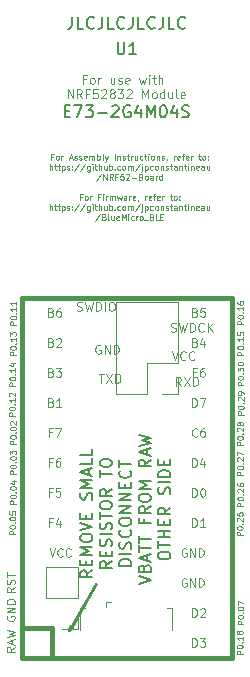
<source format=gbr>
G04 #@! TF.GenerationSoftware,KiCad,Pcbnew,(5.0.0)*
G04 #@! TF.CreationDate,2020-04-23T13:12:55-06:00*
G04 #@! TF.ProjectId,EByte_E73,45427974655F4537332E6B696361645F,rev?*
G04 #@! TF.SameCoordinates,Original*
G04 #@! TF.FileFunction,Legend,Top*
G04 #@! TF.FilePolarity,Positive*
%FSLAX46Y46*%
G04 Gerber Fmt 4.6, Leading zero omitted, Abs format (unit mm)*
G04 Created by KiCad (PCBNEW (5.0.0)) date 04/23/20 13:12:55*
%MOMM*%
%LPD*%
G01*
G04 APERTURE LIST*
%ADD10C,0.150000*%
%ADD11C,0.200000*%
%ADD12C,0.100000*%
%ADD13C,0.381000*%
%ADD14C,0.120000*%
G04 APERTURE END LIST*
D10*
X106308880Y-146009666D02*
X105832690Y-146343000D01*
X106308880Y-146581095D02*
X105308880Y-146581095D01*
X105308880Y-146200142D01*
X105356500Y-146104904D01*
X105404119Y-146057285D01*
X105499357Y-146009666D01*
X105642214Y-146009666D01*
X105737452Y-146057285D01*
X105785071Y-146104904D01*
X105832690Y-146200142D01*
X105832690Y-146581095D01*
X105785071Y-145581095D02*
X105785071Y-145247761D01*
X106308880Y-145104904D02*
X106308880Y-145581095D01*
X105308880Y-145581095D01*
X105308880Y-145104904D01*
X106308880Y-144676333D02*
X105308880Y-144676333D01*
X106023166Y-144343000D01*
X105308880Y-144009666D01*
X106308880Y-144009666D01*
X105308880Y-143343000D02*
X105308880Y-143152523D01*
X105356500Y-143057285D01*
X105451738Y-142962047D01*
X105642214Y-142914428D01*
X105975547Y-142914428D01*
X106166023Y-142962047D01*
X106261261Y-143057285D01*
X106308880Y-143152523D01*
X106308880Y-143343000D01*
X106261261Y-143438238D01*
X106166023Y-143533476D01*
X105975547Y-143581095D01*
X105642214Y-143581095D01*
X105451738Y-143533476D01*
X105356500Y-143438238D01*
X105308880Y-143343000D01*
X105308880Y-142628714D02*
X106308880Y-142295380D01*
X105308880Y-141962047D01*
X105785071Y-141628714D02*
X105785071Y-141295380D01*
X106308880Y-141152523D02*
X106308880Y-141628714D01*
X105308880Y-141628714D01*
X105308880Y-141152523D01*
X106261261Y-140009666D02*
X106308880Y-139866809D01*
X106308880Y-139628714D01*
X106261261Y-139533476D01*
X106213642Y-139485857D01*
X106118404Y-139438238D01*
X106023166Y-139438238D01*
X105927928Y-139485857D01*
X105880309Y-139533476D01*
X105832690Y-139628714D01*
X105785071Y-139819190D01*
X105737452Y-139914428D01*
X105689833Y-139962047D01*
X105594595Y-140009666D01*
X105499357Y-140009666D01*
X105404119Y-139962047D01*
X105356500Y-139914428D01*
X105308880Y-139819190D01*
X105308880Y-139581095D01*
X105356500Y-139438238D01*
X106308880Y-139009666D02*
X105308880Y-139009666D01*
X106023166Y-138676333D01*
X105308880Y-138343000D01*
X106308880Y-138343000D01*
X106023166Y-137914428D02*
X106023166Y-137438238D01*
X106308880Y-138009666D02*
X105308880Y-137676333D01*
X106308880Y-137343000D01*
X106308880Y-136533476D02*
X106308880Y-137009666D01*
X105308880Y-137009666D01*
X106308880Y-135723952D02*
X106308880Y-136200142D01*
X105308880Y-136200142D01*
X107958880Y-145247761D02*
X107482690Y-145581095D01*
X107958880Y-145819190D02*
X106958880Y-145819190D01*
X106958880Y-145438238D01*
X107006500Y-145343000D01*
X107054119Y-145295380D01*
X107149357Y-145247761D01*
X107292214Y-145247761D01*
X107387452Y-145295380D01*
X107435071Y-145343000D01*
X107482690Y-145438238D01*
X107482690Y-145819190D01*
X107435071Y-144819190D02*
X107435071Y-144485857D01*
X107958880Y-144343000D02*
X107958880Y-144819190D01*
X106958880Y-144819190D01*
X106958880Y-144343000D01*
X107911261Y-143962047D02*
X107958880Y-143819190D01*
X107958880Y-143581095D01*
X107911261Y-143485857D01*
X107863642Y-143438238D01*
X107768404Y-143390619D01*
X107673166Y-143390619D01*
X107577928Y-143438238D01*
X107530309Y-143485857D01*
X107482690Y-143581095D01*
X107435071Y-143771571D01*
X107387452Y-143866809D01*
X107339833Y-143914428D01*
X107244595Y-143962047D01*
X107149357Y-143962047D01*
X107054119Y-143914428D01*
X107006500Y-143866809D01*
X106958880Y-143771571D01*
X106958880Y-143533476D01*
X107006500Y-143390619D01*
X107958880Y-142962047D02*
X106958880Y-142962047D01*
X107911261Y-142533476D02*
X107958880Y-142390619D01*
X107958880Y-142152523D01*
X107911261Y-142057285D01*
X107863642Y-142009666D01*
X107768404Y-141962047D01*
X107673166Y-141962047D01*
X107577928Y-142009666D01*
X107530309Y-142057285D01*
X107482690Y-142152523D01*
X107435071Y-142343000D01*
X107387452Y-142438238D01*
X107339833Y-142485857D01*
X107244595Y-142533476D01*
X107149357Y-142533476D01*
X107054119Y-142485857D01*
X107006500Y-142438238D01*
X106958880Y-142343000D01*
X106958880Y-142104904D01*
X107006500Y-141962047D01*
X106958880Y-141676333D02*
X106958880Y-141104904D01*
X107958880Y-141390619D02*
X106958880Y-141390619D01*
X106958880Y-140581095D02*
X106958880Y-140390619D01*
X107006500Y-140295380D01*
X107101738Y-140200142D01*
X107292214Y-140152523D01*
X107625547Y-140152523D01*
X107816023Y-140200142D01*
X107911261Y-140295380D01*
X107958880Y-140390619D01*
X107958880Y-140581095D01*
X107911261Y-140676333D01*
X107816023Y-140771571D01*
X107625547Y-140819190D01*
X107292214Y-140819190D01*
X107101738Y-140771571D01*
X107006500Y-140676333D01*
X106958880Y-140581095D01*
X107958880Y-139152523D02*
X107482690Y-139485857D01*
X107958880Y-139723952D02*
X106958880Y-139723952D01*
X106958880Y-139343000D01*
X107006500Y-139247761D01*
X107054119Y-139200142D01*
X107149357Y-139152523D01*
X107292214Y-139152523D01*
X107387452Y-139200142D01*
X107435071Y-139247761D01*
X107482690Y-139343000D01*
X107482690Y-139723952D01*
X106958880Y-138104904D02*
X106958880Y-137533476D01*
X107958880Y-137819190D02*
X106958880Y-137819190D01*
X106958880Y-137009666D02*
X106958880Y-136819190D01*
X107006500Y-136723952D01*
X107101738Y-136628714D01*
X107292214Y-136581095D01*
X107625547Y-136581095D01*
X107816023Y-136628714D01*
X107911261Y-136723952D01*
X107958880Y-136819190D01*
X107958880Y-137009666D01*
X107911261Y-137104904D01*
X107816023Y-137200142D01*
X107625547Y-137247761D01*
X107292214Y-137247761D01*
X107101738Y-137200142D01*
X107006500Y-137104904D01*
X106958880Y-137009666D01*
X109608880Y-145604904D02*
X108608880Y-145604904D01*
X108608880Y-145366809D01*
X108656500Y-145223952D01*
X108751738Y-145128714D01*
X108846976Y-145081095D01*
X109037452Y-145033476D01*
X109180309Y-145033476D01*
X109370785Y-145081095D01*
X109466023Y-145128714D01*
X109561261Y-145223952D01*
X109608880Y-145366809D01*
X109608880Y-145604904D01*
X109608880Y-144604904D02*
X108608880Y-144604904D01*
X109561261Y-144176333D02*
X109608880Y-144033476D01*
X109608880Y-143795380D01*
X109561261Y-143700142D01*
X109513642Y-143652523D01*
X109418404Y-143604904D01*
X109323166Y-143604904D01*
X109227928Y-143652523D01*
X109180309Y-143700142D01*
X109132690Y-143795380D01*
X109085071Y-143985857D01*
X109037452Y-144081095D01*
X108989833Y-144128714D01*
X108894595Y-144176333D01*
X108799357Y-144176333D01*
X108704119Y-144128714D01*
X108656500Y-144081095D01*
X108608880Y-143985857D01*
X108608880Y-143747761D01*
X108656500Y-143604904D01*
X109513642Y-142604904D02*
X109561261Y-142652523D01*
X109608880Y-142795380D01*
X109608880Y-142890619D01*
X109561261Y-143033476D01*
X109466023Y-143128714D01*
X109370785Y-143176333D01*
X109180309Y-143223952D01*
X109037452Y-143223952D01*
X108846976Y-143176333D01*
X108751738Y-143128714D01*
X108656500Y-143033476D01*
X108608880Y-142890619D01*
X108608880Y-142795380D01*
X108656500Y-142652523D01*
X108704119Y-142604904D01*
X108608880Y-141985857D02*
X108608880Y-141795380D01*
X108656500Y-141700142D01*
X108751738Y-141604904D01*
X108942214Y-141557285D01*
X109275547Y-141557285D01*
X109466023Y-141604904D01*
X109561261Y-141700142D01*
X109608880Y-141795380D01*
X109608880Y-141985857D01*
X109561261Y-142081095D01*
X109466023Y-142176333D01*
X109275547Y-142223952D01*
X108942214Y-142223952D01*
X108751738Y-142176333D01*
X108656500Y-142081095D01*
X108608880Y-141985857D01*
X109608880Y-141128714D02*
X108608880Y-141128714D01*
X109608880Y-140557285D01*
X108608880Y-140557285D01*
X109608880Y-140081095D02*
X108608880Y-140081095D01*
X109608880Y-139509666D01*
X108608880Y-139509666D01*
X109085071Y-139033476D02*
X109085071Y-138700142D01*
X109608880Y-138557285D02*
X109608880Y-139033476D01*
X108608880Y-139033476D01*
X108608880Y-138557285D01*
X109513642Y-137557285D02*
X109561261Y-137604904D01*
X109608880Y-137747761D01*
X109608880Y-137843000D01*
X109561261Y-137985857D01*
X109466023Y-138081095D01*
X109370785Y-138128714D01*
X109180309Y-138176333D01*
X109037452Y-138176333D01*
X108846976Y-138128714D01*
X108751738Y-138081095D01*
X108656500Y-137985857D01*
X108608880Y-137843000D01*
X108608880Y-137747761D01*
X108656500Y-137604904D01*
X108704119Y-137557285D01*
X108608880Y-137271571D02*
X108608880Y-136700142D01*
X109608880Y-136985857D02*
X108608880Y-136985857D01*
X110258880Y-147152523D02*
X111258880Y-146819190D01*
X110258880Y-146485857D01*
X110735071Y-145819190D02*
X110782690Y-145676333D01*
X110830309Y-145628714D01*
X110925547Y-145581095D01*
X111068404Y-145581095D01*
X111163642Y-145628714D01*
X111211261Y-145676333D01*
X111258880Y-145771571D01*
X111258880Y-146152523D01*
X110258880Y-146152523D01*
X110258880Y-145819190D01*
X110306500Y-145723952D01*
X110354119Y-145676333D01*
X110449357Y-145628714D01*
X110544595Y-145628714D01*
X110639833Y-145676333D01*
X110687452Y-145723952D01*
X110735071Y-145819190D01*
X110735071Y-146152523D01*
X110973166Y-145200142D02*
X110973166Y-144723952D01*
X111258880Y-145295380D02*
X110258880Y-144962047D01*
X111258880Y-144628714D01*
X110258880Y-144438238D02*
X110258880Y-143866809D01*
X111258880Y-144152523D02*
X110258880Y-144152523D01*
X110258880Y-143676333D02*
X110258880Y-143104904D01*
X111258880Y-143390619D02*
X110258880Y-143390619D01*
X110735071Y-141676333D02*
X110735071Y-142009666D01*
X111258880Y-142009666D02*
X110258880Y-142009666D01*
X110258880Y-141533476D01*
X111258880Y-140581095D02*
X110782690Y-140914428D01*
X111258880Y-141152523D02*
X110258880Y-141152523D01*
X110258880Y-140771571D01*
X110306500Y-140676333D01*
X110354119Y-140628714D01*
X110449357Y-140581095D01*
X110592214Y-140581095D01*
X110687452Y-140628714D01*
X110735071Y-140676333D01*
X110782690Y-140771571D01*
X110782690Y-141152523D01*
X110258880Y-139962047D02*
X110258880Y-139771571D01*
X110306500Y-139676333D01*
X110401738Y-139581095D01*
X110592214Y-139533476D01*
X110925547Y-139533476D01*
X111116023Y-139581095D01*
X111211261Y-139676333D01*
X111258880Y-139771571D01*
X111258880Y-139962047D01*
X111211261Y-140057285D01*
X111116023Y-140152523D01*
X110925547Y-140200142D01*
X110592214Y-140200142D01*
X110401738Y-140152523D01*
X110306500Y-140057285D01*
X110258880Y-139962047D01*
X111258880Y-139104904D02*
X110258880Y-139104904D01*
X110973166Y-138771571D01*
X110258880Y-138438238D01*
X111258880Y-138438238D01*
X111258880Y-136628714D02*
X110782690Y-136962047D01*
X111258880Y-137200142D02*
X110258880Y-137200142D01*
X110258880Y-136819190D01*
X110306500Y-136723952D01*
X110354119Y-136676333D01*
X110449357Y-136628714D01*
X110592214Y-136628714D01*
X110687452Y-136676333D01*
X110735071Y-136723952D01*
X110782690Y-136819190D01*
X110782690Y-137200142D01*
X110973166Y-136247761D02*
X110973166Y-135771571D01*
X111258880Y-136343000D02*
X110258880Y-136009666D01*
X111258880Y-135676333D01*
X110258880Y-135438238D02*
X111258880Y-135200142D01*
X110544595Y-135009666D01*
X111258880Y-134819190D01*
X110258880Y-134581095D01*
X111908880Y-144843000D02*
X111908880Y-144652523D01*
X111956500Y-144557285D01*
X112051738Y-144462047D01*
X112242214Y-144414428D01*
X112575547Y-144414428D01*
X112766023Y-144462047D01*
X112861261Y-144557285D01*
X112908880Y-144652523D01*
X112908880Y-144843000D01*
X112861261Y-144938238D01*
X112766023Y-145033476D01*
X112575547Y-145081095D01*
X112242214Y-145081095D01*
X112051738Y-145033476D01*
X111956500Y-144938238D01*
X111908880Y-144843000D01*
X111908880Y-144128714D02*
X111908880Y-143557285D01*
X112908880Y-143843000D02*
X111908880Y-143843000D01*
X112908880Y-143223952D02*
X111908880Y-143223952D01*
X112385071Y-143223952D02*
X112385071Y-142652523D01*
X112908880Y-142652523D02*
X111908880Y-142652523D01*
X112385071Y-142176333D02*
X112385071Y-141843000D01*
X112908880Y-141700142D02*
X112908880Y-142176333D01*
X111908880Y-142176333D01*
X111908880Y-141700142D01*
X112908880Y-140700142D02*
X112432690Y-141033476D01*
X112908880Y-141271571D02*
X111908880Y-141271571D01*
X111908880Y-140890619D01*
X111956500Y-140795380D01*
X112004119Y-140747761D01*
X112099357Y-140700142D01*
X112242214Y-140700142D01*
X112337452Y-140747761D01*
X112385071Y-140795380D01*
X112432690Y-140890619D01*
X112432690Y-141271571D01*
X112861261Y-139557285D02*
X112908880Y-139414428D01*
X112908880Y-139176333D01*
X112861261Y-139081095D01*
X112813642Y-139033476D01*
X112718404Y-138985857D01*
X112623166Y-138985857D01*
X112527928Y-139033476D01*
X112480309Y-139081095D01*
X112432690Y-139176333D01*
X112385071Y-139366809D01*
X112337452Y-139462047D01*
X112289833Y-139509666D01*
X112194595Y-139557285D01*
X112099357Y-139557285D01*
X112004119Y-139509666D01*
X111956500Y-139462047D01*
X111908880Y-139366809D01*
X111908880Y-139128714D01*
X111956500Y-138985857D01*
X112908880Y-138557285D02*
X111908880Y-138557285D01*
X112908880Y-138081095D02*
X111908880Y-138081095D01*
X111908880Y-137843000D01*
X111956500Y-137700142D01*
X112051738Y-137604904D01*
X112146976Y-137557285D01*
X112337452Y-137509666D01*
X112480309Y-137509666D01*
X112670785Y-137557285D01*
X112766023Y-137604904D01*
X112861261Y-137700142D01*
X112908880Y-137843000D01*
X112908880Y-138081095D01*
X112385071Y-137081095D02*
X112385071Y-136747761D01*
X112908880Y-136604904D02*
X112908880Y-137081095D01*
X111908880Y-137081095D01*
X111908880Y-136604904D01*
D11*
X106743500Y-147193000D02*
X104648000Y-150812500D01*
X106616500Y-147129500D02*
X106743500Y-147193000D01*
X104330500Y-151130000D02*
X106616500Y-147129500D01*
X104711500Y-151003000D02*
X104330500Y-151130000D01*
X104394000Y-150749000D02*
X104711500Y-151003000D01*
X104330500Y-151130000D02*
X104394000Y-150749000D01*
X104394000Y-151130000D02*
X106680000Y-147129500D01*
D12*
X102993809Y-110974285D02*
X102827142Y-110974285D01*
X102827142Y-111236190D02*
X102827142Y-110736190D01*
X103065238Y-110736190D01*
X103327142Y-111236190D02*
X103279523Y-111212380D01*
X103255714Y-111188571D01*
X103231904Y-111140952D01*
X103231904Y-110998095D01*
X103255714Y-110950476D01*
X103279523Y-110926666D01*
X103327142Y-110902857D01*
X103398571Y-110902857D01*
X103446190Y-110926666D01*
X103470000Y-110950476D01*
X103493809Y-110998095D01*
X103493809Y-111140952D01*
X103470000Y-111188571D01*
X103446190Y-111212380D01*
X103398571Y-111236190D01*
X103327142Y-111236190D01*
X103708095Y-111236190D02*
X103708095Y-110902857D01*
X103708095Y-110998095D02*
X103731904Y-110950476D01*
X103755714Y-110926666D01*
X103803333Y-110902857D01*
X103850952Y-110902857D01*
X104374761Y-111093333D02*
X104612857Y-111093333D01*
X104327142Y-111236190D02*
X104493809Y-110736190D01*
X104660476Y-111236190D01*
X104803333Y-111212380D02*
X104850952Y-111236190D01*
X104946190Y-111236190D01*
X104993809Y-111212380D01*
X105017619Y-111164761D01*
X105017619Y-111140952D01*
X104993809Y-111093333D01*
X104946190Y-111069523D01*
X104874761Y-111069523D01*
X104827142Y-111045714D01*
X104803333Y-110998095D01*
X104803333Y-110974285D01*
X104827142Y-110926666D01*
X104874761Y-110902857D01*
X104946190Y-110902857D01*
X104993809Y-110926666D01*
X105208095Y-111212380D02*
X105255714Y-111236190D01*
X105350952Y-111236190D01*
X105398571Y-111212380D01*
X105422380Y-111164761D01*
X105422380Y-111140952D01*
X105398571Y-111093333D01*
X105350952Y-111069523D01*
X105279523Y-111069523D01*
X105231904Y-111045714D01*
X105208095Y-110998095D01*
X105208095Y-110974285D01*
X105231904Y-110926666D01*
X105279523Y-110902857D01*
X105350952Y-110902857D01*
X105398571Y-110926666D01*
X105827142Y-111212380D02*
X105779523Y-111236190D01*
X105684285Y-111236190D01*
X105636666Y-111212380D01*
X105612857Y-111164761D01*
X105612857Y-110974285D01*
X105636666Y-110926666D01*
X105684285Y-110902857D01*
X105779523Y-110902857D01*
X105827142Y-110926666D01*
X105850952Y-110974285D01*
X105850952Y-111021904D01*
X105612857Y-111069523D01*
X106065238Y-111236190D02*
X106065238Y-110902857D01*
X106065238Y-110950476D02*
X106089047Y-110926666D01*
X106136666Y-110902857D01*
X106208095Y-110902857D01*
X106255714Y-110926666D01*
X106279523Y-110974285D01*
X106279523Y-111236190D01*
X106279523Y-110974285D02*
X106303333Y-110926666D01*
X106350952Y-110902857D01*
X106422380Y-110902857D01*
X106470000Y-110926666D01*
X106493809Y-110974285D01*
X106493809Y-111236190D01*
X106731904Y-111236190D02*
X106731904Y-110736190D01*
X106731904Y-110926666D02*
X106779523Y-110902857D01*
X106874761Y-110902857D01*
X106922380Y-110926666D01*
X106946190Y-110950476D01*
X106970000Y-110998095D01*
X106970000Y-111140952D01*
X106946190Y-111188571D01*
X106922380Y-111212380D01*
X106874761Y-111236190D01*
X106779523Y-111236190D01*
X106731904Y-111212380D01*
X107255714Y-111236190D02*
X107208095Y-111212380D01*
X107184285Y-111164761D01*
X107184285Y-110736190D01*
X107398571Y-110902857D02*
X107517619Y-111236190D01*
X107636666Y-110902857D02*
X107517619Y-111236190D01*
X107470000Y-111355238D01*
X107446190Y-111379047D01*
X107398571Y-111402857D01*
X108208095Y-111236190D02*
X108208095Y-110736190D01*
X108446190Y-110902857D02*
X108446190Y-111236190D01*
X108446190Y-110950476D02*
X108470000Y-110926666D01*
X108517619Y-110902857D01*
X108589047Y-110902857D01*
X108636666Y-110926666D01*
X108660476Y-110974285D01*
X108660476Y-111236190D01*
X108874761Y-111212380D02*
X108922380Y-111236190D01*
X109017619Y-111236190D01*
X109065238Y-111212380D01*
X109089047Y-111164761D01*
X109089047Y-111140952D01*
X109065238Y-111093333D01*
X109017619Y-111069523D01*
X108946190Y-111069523D01*
X108898571Y-111045714D01*
X108874761Y-110998095D01*
X108874761Y-110974285D01*
X108898571Y-110926666D01*
X108946190Y-110902857D01*
X109017619Y-110902857D01*
X109065238Y-110926666D01*
X109231904Y-110902857D02*
X109422380Y-110902857D01*
X109303333Y-110736190D02*
X109303333Y-111164761D01*
X109327142Y-111212380D01*
X109374761Y-111236190D01*
X109422380Y-111236190D01*
X109589047Y-111236190D02*
X109589047Y-110902857D01*
X109589047Y-110998095D02*
X109612857Y-110950476D01*
X109636666Y-110926666D01*
X109684285Y-110902857D01*
X109731904Y-110902857D01*
X110112857Y-110902857D02*
X110112857Y-111236190D01*
X109898571Y-110902857D02*
X109898571Y-111164761D01*
X109922380Y-111212380D01*
X109970000Y-111236190D01*
X110041428Y-111236190D01*
X110089047Y-111212380D01*
X110112857Y-111188571D01*
X110565238Y-111212380D02*
X110517619Y-111236190D01*
X110422380Y-111236190D01*
X110374761Y-111212380D01*
X110350952Y-111188571D01*
X110327142Y-111140952D01*
X110327142Y-110998095D01*
X110350952Y-110950476D01*
X110374761Y-110926666D01*
X110422380Y-110902857D01*
X110517619Y-110902857D01*
X110565238Y-110926666D01*
X110708095Y-110902857D02*
X110898571Y-110902857D01*
X110779523Y-110736190D02*
X110779523Y-111164761D01*
X110803333Y-111212380D01*
X110850952Y-111236190D01*
X110898571Y-111236190D01*
X111065238Y-111236190D02*
X111065238Y-110902857D01*
X111065238Y-110736190D02*
X111041428Y-110760000D01*
X111065238Y-110783809D01*
X111089047Y-110760000D01*
X111065238Y-110736190D01*
X111065238Y-110783809D01*
X111374761Y-111236190D02*
X111327142Y-111212380D01*
X111303333Y-111188571D01*
X111279523Y-111140952D01*
X111279523Y-110998095D01*
X111303333Y-110950476D01*
X111327142Y-110926666D01*
X111374761Y-110902857D01*
X111446190Y-110902857D01*
X111493809Y-110926666D01*
X111517619Y-110950476D01*
X111541428Y-110998095D01*
X111541428Y-111140952D01*
X111517619Y-111188571D01*
X111493809Y-111212380D01*
X111446190Y-111236190D01*
X111374761Y-111236190D01*
X111755714Y-110902857D02*
X111755714Y-111236190D01*
X111755714Y-110950476D02*
X111779523Y-110926666D01*
X111827142Y-110902857D01*
X111898571Y-110902857D01*
X111946190Y-110926666D01*
X111970000Y-110974285D01*
X111970000Y-111236190D01*
X112184285Y-111212380D02*
X112231904Y-111236190D01*
X112327142Y-111236190D01*
X112374761Y-111212380D01*
X112398571Y-111164761D01*
X112398571Y-111140952D01*
X112374761Y-111093333D01*
X112327142Y-111069523D01*
X112255714Y-111069523D01*
X112208095Y-111045714D01*
X112184285Y-110998095D01*
X112184285Y-110974285D01*
X112208095Y-110926666D01*
X112255714Y-110902857D01*
X112327142Y-110902857D01*
X112374761Y-110926666D01*
X112636666Y-111212380D02*
X112636666Y-111236190D01*
X112612857Y-111283809D01*
X112589047Y-111307619D01*
X113231904Y-111236190D02*
X113231904Y-110902857D01*
X113231904Y-110998095D02*
X113255714Y-110950476D01*
X113279523Y-110926666D01*
X113327142Y-110902857D01*
X113374761Y-110902857D01*
X113731904Y-111212380D02*
X113684285Y-111236190D01*
X113589047Y-111236190D01*
X113541428Y-111212380D01*
X113517619Y-111164761D01*
X113517619Y-110974285D01*
X113541428Y-110926666D01*
X113589047Y-110902857D01*
X113684285Y-110902857D01*
X113731904Y-110926666D01*
X113755714Y-110974285D01*
X113755714Y-111021904D01*
X113517619Y-111069523D01*
X113898571Y-110902857D02*
X114089047Y-110902857D01*
X113970000Y-111236190D02*
X113970000Y-110807619D01*
X113993809Y-110760000D01*
X114041428Y-110736190D01*
X114089047Y-110736190D01*
X114446190Y-111212380D02*
X114398571Y-111236190D01*
X114303333Y-111236190D01*
X114255714Y-111212380D01*
X114231904Y-111164761D01*
X114231904Y-110974285D01*
X114255714Y-110926666D01*
X114303333Y-110902857D01*
X114398571Y-110902857D01*
X114446190Y-110926666D01*
X114470000Y-110974285D01*
X114470000Y-111021904D01*
X114231904Y-111069523D01*
X114684285Y-111236190D02*
X114684285Y-110902857D01*
X114684285Y-110998095D02*
X114708095Y-110950476D01*
X114731904Y-110926666D01*
X114779523Y-110902857D01*
X114827142Y-110902857D01*
X115303333Y-110902857D02*
X115493809Y-110902857D01*
X115374761Y-110736190D02*
X115374761Y-111164761D01*
X115398571Y-111212380D01*
X115446190Y-111236190D01*
X115493809Y-111236190D01*
X115731904Y-111236190D02*
X115684285Y-111212380D01*
X115660476Y-111188571D01*
X115636666Y-111140952D01*
X115636666Y-110998095D01*
X115660476Y-110950476D01*
X115684285Y-110926666D01*
X115731904Y-110902857D01*
X115803333Y-110902857D01*
X115850952Y-110926666D01*
X115874761Y-110950476D01*
X115898571Y-110998095D01*
X115898571Y-111140952D01*
X115874761Y-111188571D01*
X115850952Y-111212380D01*
X115803333Y-111236190D01*
X115731904Y-111236190D01*
X116112857Y-111188571D02*
X116136666Y-111212380D01*
X116112857Y-111236190D01*
X116089047Y-111212380D01*
X116112857Y-111188571D01*
X116112857Y-111236190D01*
X116112857Y-110926666D02*
X116136666Y-110950476D01*
X116112857Y-110974285D01*
X116089047Y-110950476D01*
X116112857Y-110926666D01*
X116112857Y-110974285D01*
X102719999Y-112086190D02*
X102719999Y-111586190D01*
X102934285Y-112086190D02*
X102934285Y-111824285D01*
X102910476Y-111776666D01*
X102862857Y-111752857D01*
X102791428Y-111752857D01*
X102743809Y-111776666D01*
X102719999Y-111800476D01*
X103100952Y-111752857D02*
X103291428Y-111752857D01*
X103172380Y-111586190D02*
X103172380Y-112014761D01*
X103196190Y-112062380D01*
X103243809Y-112086190D01*
X103291428Y-112086190D01*
X103386666Y-111752857D02*
X103577142Y-111752857D01*
X103458095Y-111586190D02*
X103458095Y-112014761D01*
X103481904Y-112062380D01*
X103529523Y-112086190D01*
X103577142Y-112086190D01*
X103743809Y-111752857D02*
X103743809Y-112252857D01*
X103743809Y-111776666D02*
X103791428Y-111752857D01*
X103886666Y-111752857D01*
X103934285Y-111776666D01*
X103958095Y-111800476D01*
X103981904Y-111848095D01*
X103981904Y-111990952D01*
X103958095Y-112038571D01*
X103934285Y-112062380D01*
X103886666Y-112086190D01*
X103791428Y-112086190D01*
X103743809Y-112062380D01*
X104172380Y-112062380D02*
X104219999Y-112086190D01*
X104315238Y-112086190D01*
X104362857Y-112062380D01*
X104386666Y-112014761D01*
X104386666Y-111990952D01*
X104362857Y-111943333D01*
X104315238Y-111919523D01*
X104243809Y-111919523D01*
X104196190Y-111895714D01*
X104172380Y-111848095D01*
X104172380Y-111824285D01*
X104196190Y-111776666D01*
X104243809Y-111752857D01*
X104315238Y-111752857D01*
X104362857Y-111776666D01*
X104600952Y-112038571D02*
X104624761Y-112062380D01*
X104600952Y-112086190D01*
X104577142Y-112062380D01*
X104600952Y-112038571D01*
X104600952Y-112086190D01*
X104600952Y-111776666D02*
X104624761Y-111800476D01*
X104600952Y-111824285D01*
X104577142Y-111800476D01*
X104600952Y-111776666D01*
X104600952Y-111824285D01*
X105196190Y-111562380D02*
X104767619Y-112205238D01*
X105719999Y-111562380D02*
X105291428Y-112205238D01*
X106100952Y-111752857D02*
X106100952Y-112157619D01*
X106077142Y-112205238D01*
X106053333Y-112229047D01*
X106005714Y-112252857D01*
X105934285Y-112252857D01*
X105886666Y-112229047D01*
X106100952Y-112062380D02*
X106053333Y-112086190D01*
X105958095Y-112086190D01*
X105910476Y-112062380D01*
X105886666Y-112038571D01*
X105862857Y-111990952D01*
X105862857Y-111848095D01*
X105886666Y-111800476D01*
X105910476Y-111776666D01*
X105958095Y-111752857D01*
X106053333Y-111752857D01*
X106100952Y-111776666D01*
X106339047Y-112086190D02*
X106339047Y-111752857D01*
X106339047Y-111586190D02*
X106315238Y-111610000D01*
X106339047Y-111633809D01*
X106362857Y-111610000D01*
X106339047Y-111586190D01*
X106339047Y-111633809D01*
X106505714Y-111752857D02*
X106696190Y-111752857D01*
X106577142Y-111586190D02*
X106577142Y-112014761D01*
X106600952Y-112062380D01*
X106648571Y-112086190D01*
X106696190Y-112086190D01*
X106862857Y-112086190D02*
X106862857Y-111586190D01*
X107077142Y-112086190D02*
X107077142Y-111824285D01*
X107053333Y-111776666D01*
X107005714Y-111752857D01*
X106934285Y-111752857D01*
X106886666Y-111776666D01*
X106862857Y-111800476D01*
X107529523Y-111752857D02*
X107529523Y-112086190D01*
X107315238Y-111752857D02*
X107315238Y-112014761D01*
X107339047Y-112062380D01*
X107386666Y-112086190D01*
X107458095Y-112086190D01*
X107505714Y-112062380D01*
X107529523Y-112038571D01*
X107767619Y-112086190D02*
X107767619Y-111586190D01*
X107767619Y-111776666D02*
X107815238Y-111752857D01*
X107910476Y-111752857D01*
X107958095Y-111776666D01*
X107981904Y-111800476D01*
X108005714Y-111848095D01*
X108005714Y-111990952D01*
X107981904Y-112038571D01*
X107958095Y-112062380D01*
X107910476Y-112086190D01*
X107815238Y-112086190D01*
X107767619Y-112062380D01*
X108220000Y-112038571D02*
X108243809Y-112062380D01*
X108220000Y-112086190D01*
X108196190Y-112062380D01*
X108220000Y-112038571D01*
X108220000Y-112086190D01*
X108672380Y-112062380D02*
X108624761Y-112086190D01*
X108529523Y-112086190D01*
X108481904Y-112062380D01*
X108458095Y-112038571D01*
X108434285Y-111990952D01*
X108434285Y-111848095D01*
X108458095Y-111800476D01*
X108481904Y-111776666D01*
X108529523Y-111752857D01*
X108624761Y-111752857D01*
X108672380Y-111776666D01*
X108958095Y-112086190D02*
X108910476Y-112062380D01*
X108886666Y-112038571D01*
X108862857Y-111990952D01*
X108862857Y-111848095D01*
X108886666Y-111800476D01*
X108910476Y-111776666D01*
X108958095Y-111752857D01*
X109029523Y-111752857D01*
X109077142Y-111776666D01*
X109100952Y-111800476D01*
X109124761Y-111848095D01*
X109124761Y-111990952D01*
X109100952Y-112038571D01*
X109077142Y-112062380D01*
X109029523Y-112086190D01*
X108958095Y-112086190D01*
X109339047Y-112086190D02*
X109339047Y-111752857D01*
X109339047Y-111800476D02*
X109362857Y-111776666D01*
X109410476Y-111752857D01*
X109481904Y-111752857D01*
X109529523Y-111776666D01*
X109553333Y-111824285D01*
X109553333Y-112086190D01*
X109553333Y-111824285D02*
X109577142Y-111776666D01*
X109624761Y-111752857D01*
X109696190Y-111752857D01*
X109743809Y-111776666D01*
X109767619Y-111824285D01*
X109767619Y-112086190D01*
X110362857Y-111562380D02*
X109934285Y-112205238D01*
X110529523Y-111752857D02*
X110529523Y-112181428D01*
X110505714Y-112229047D01*
X110458095Y-112252857D01*
X110434285Y-112252857D01*
X110529523Y-111586190D02*
X110505714Y-111610000D01*
X110529523Y-111633809D01*
X110553333Y-111610000D01*
X110529523Y-111586190D01*
X110529523Y-111633809D01*
X110767619Y-111752857D02*
X110767619Y-112252857D01*
X110767619Y-111776666D02*
X110815238Y-111752857D01*
X110910476Y-111752857D01*
X110958095Y-111776666D01*
X110981904Y-111800476D01*
X111005714Y-111848095D01*
X111005714Y-111990952D01*
X110981904Y-112038571D01*
X110958095Y-112062380D01*
X110910476Y-112086190D01*
X110815238Y-112086190D01*
X110767619Y-112062380D01*
X111434285Y-112062380D02*
X111386666Y-112086190D01*
X111291428Y-112086190D01*
X111243809Y-112062380D01*
X111219999Y-112038571D01*
X111196190Y-111990952D01*
X111196190Y-111848095D01*
X111219999Y-111800476D01*
X111243809Y-111776666D01*
X111291428Y-111752857D01*
X111386666Y-111752857D01*
X111434285Y-111776666D01*
X111719999Y-112086190D02*
X111672380Y-112062380D01*
X111648571Y-112038571D01*
X111624761Y-111990952D01*
X111624761Y-111848095D01*
X111648571Y-111800476D01*
X111672380Y-111776666D01*
X111719999Y-111752857D01*
X111791428Y-111752857D01*
X111839047Y-111776666D01*
X111862857Y-111800476D01*
X111886666Y-111848095D01*
X111886666Y-111990952D01*
X111862857Y-112038571D01*
X111839047Y-112062380D01*
X111791428Y-112086190D01*
X111719999Y-112086190D01*
X112100952Y-111752857D02*
X112100952Y-112086190D01*
X112100952Y-111800476D02*
X112124761Y-111776666D01*
X112172380Y-111752857D01*
X112243809Y-111752857D01*
X112291428Y-111776666D01*
X112315238Y-111824285D01*
X112315238Y-112086190D01*
X112529523Y-112062380D02*
X112577142Y-112086190D01*
X112672380Y-112086190D01*
X112719999Y-112062380D01*
X112743809Y-112014761D01*
X112743809Y-111990952D01*
X112719999Y-111943333D01*
X112672380Y-111919523D01*
X112600952Y-111919523D01*
X112553333Y-111895714D01*
X112529523Y-111848095D01*
X112529523Y-111824285D01*
X112553333Y-111776666D01*
X112600952Y-111752857D01*
X112672380Y-111752857D01*
X112719999Y-111776666D01*
X112886666Y-111752857D02*
X113077142Y-111752857D01*
X112958095Y-111586190D02*
X112958095Y-112014761D01*
X112981904Y-112062380D01*
X113029523Y-112086190D01*
X113077142Y-112086190D01*
X113458095Y-112086190D02*
X113458095Y-111824285D01*
X113434285Y-111776666D01*
X113386666Y-111752857D01*
X113291428Y-111752857D01*
X113243809Y-111776666D01*
X113458095Y-112062380D02*
X113410476Y-112086190D01*
X113291428Y-112086190D01*
X113243809Y-112062380D01*
X113219999Y-112014761D01*
X113219999Y-111967142D01*
X113243809Y-111919523D01*
X113291428Y-111895714D01*
X113410476Y-111895714D01*
X113458095Y-111871904D01*
X113696190Y-111752857D02*
X113696190Y-112086190D01*
X113696190Y-111800476D02*
X113719999Y-111776666D01*
X113767619Y-111752857D01*
X113839047Y-111752857D01*
X113886666Y-111776666D01*
X113910476Y-111824285D01*
X113910476Y-112086190D01*
X114077142Y-111752857D02*
X114267619Y-111752857D01*
X114148571Y-111586190D02*
X114148571Y-112014761D01*
X114172380Y-112062380D01*
X114219999Y-112086190D01*
X114267619Y-112086190D01*
X114434285Y-112086190D02*
X114434285Y-111752857D01*
X114434285Y-111586190D02*
X114410476Y-111610000D01*
X114434285Y-111633809D01*
X114458095Y-111610000D01*
X114434285Y-111586190D01*
X114434285Y-111633809D01*
X114672380Y-111752857D02*
X114672380Y-112086190D01*
X114672380Y-111800476D02*
X114696190Y-111776666D01*
X114743809Y-111752857D01*
X114815238Y-111752857D01*
X114862857Y-111776666D01*
X114886666Y-111824285D01*
X114886666Y-112086190D01*
X115315238Y-112062380D02*
X115267619Y-112086190D01*
X115172380Y-112086190D01*
X115124761Y-112062380D01*
X115100952Y-112014761D01*
X115100952Y-111824285D01*
X115124761Y-111776666D01*
X115172380Y-111752857D01*
X115267619Y-111752857D01*
X115315238Y-111776666D01*
X115339047Y-111824285D01*
X115339047Y-111871904D01*
X115100952Y-111919523D01*
X115767619Y-112086190D02*
X115767619Y-111824285D01*
X115743809Y-111776666D01*
X115696190Y-111752857D01*
X115600952Y-111752857D01*
X115553333Y-111776666D01*
X115767619Y-112062380D02*
X115719999Y-112086190D01*
X115600952Y-112086190D01*
X115553333Y-112062380D01*
X115529523Y-112014761D01*
X115529523Y-111967142D01*
X115553333Y-111919523D01*
X115600952Y-111895714D01*
X115719999Y-111895714D01*
X115767619Y-111871904D01*
X116219999Y-111752857D02*
X116219999Y-112086190D01*
X116005714Y-111752857D02*
X116005714Y-112014761D01*
X116029523Y-112062380D01*
X116077142Y-112086190D01*
X116148571Y-112086190D01*
X116196190Y-112062380D01*
X116219999Y-112038571D01*
X107089047Y-112412380D02*
X106660476Y-113055238D01*
X107255714Y-112936190D02*
X107255714Y-112436190D01*
X107541428Y-112936190D01*
X107541428Y-112436190D01*
X108065238Y-112936190D02*
X107898571Y-112698095D01*
X107779523Y-112936190D02*
X107779523Y-112436190D01*
X107970000Y-112436190D01*
X108017619Y-112460000D01*
X108041428Y-112483809D01*
X108065238Y-112531428D01*
X108065238Y-112602857D01*
X108041428Y-112650476D01*
X108017619Y-112674285D01*
X107970000Y-112698095D01*
X107779523Y-112698095D01*
X108446190Y-112674285D02*
X108279523Y-112674285D01*
X108279523Y-112936190D02*
X108279523Y-112436190D01*
X108517619Y-112436190D01*
X108946190Y-112436190D02*
X108708095Y-112436190D01*
X108684285Y-112674285D01*
X108708095Y-112650476D01*
X108755714Y-112626666D01*
X108874761Y-112626666D01*
X108922380Y-112650476D01*
X108946190Y-112674285D01*
X108970000Y-112721904D01*
X108970000Y-112840952D01*
X108946190Y-112888571D01*
X108922380Y-112912380D01*
X108874761Y-112936190D01*
X108755714Y-112936190D01*
X108708095Y-112912380D01*
X108684285Y-112888571D01*
X109160476Y-112483809D02*
X109184285Y-112460000D01*
X109231904Y-112436190D01*
X109350952Y-112436190D01*
X109398571Y-112460000D01*
X109422380Y-112483809D01*
X109446190Y-112531428D01*
X109446190Y-112579047D01*
X109422380Y-112650476D01*
X109136666Y-112936190D01*
X109446190Y-112936190D01*
X109660476Y-112745714D02*
X110041428Y-112745714D01*
X110446190Y-112674285D02*
X110517619Y-112698095D01*
X110541428Y-112721904D01*
X110565238Y-112769523D01*
X110565238Y-112840952D01*
X110541428Y-112888571D01*
X110517619Y-112912380D01*
X110470000Y-112936190D01*
X110279523Y-112936190D01*
X110279523Y-112436190D01*
X110446190Y-112436190D01*
X110493809Y-112460000D01*
X110517619Y-112483809D01*
X110541428Y-112531428D01*
X110541428Y-112579047D01*
X110517619Y-112626666D01*
X110493809Y-112650476D01*
X110446190Y-112674285D01*
X110279523Y-112674285D01*
X110850952Y-112936190D02*
X110803333Y-112912380D01*
X110779523Y-112888571D01*
X110755714Y-112840952D01*
X110755714Y-112698095D01*
X110779523Y-112650476D01*
X110803333Y-112626666D01*
X110850952Y-112602857D01*
X110922380Y-112602857D01*
X110970000Y-112626666D01*
X110993809Y-112650476D01*
X111017619Y-112698095D01*
X111017619Y-112840952D01*
X110993809Y-112888571D01*
X110970000Y-112912380D01*
X110922380Y-112936190D01*
X110850952Y-112936190D01*
X111446190Y-112936190D02*
X111446190Y-112674285D01*
X111422380Y-112626666D01*
X111374761Y-112602857D01*
X111279523Y-112602857D01*
X111231904Y-112626666D01*
X111446190Y-112912380D02*
X111398571Y-112936190D01*
X111279523Y-112936190D01*
X111231904Y-112912380D01*
X111208095Y-112864761D01*
X111208095Y-112817142D01*
X111231904Y-112769523D01*
X111279523Y-112745714D01*
X111398571Y-112745714D01*
X111446190Y-112721904D01*
X111684285Y-112936190D02*
X111684285Y-112602857D01*
X111684285Y-112698095D02*
X111708095Y-112650476D01*
X111731904Y-112626666D01*
X111779523Y-112602857D01*
X111827142Y-112602857D01*
X112208095Y-112936190D02*
X112208095Y-112436190D01*
X112208095Y-112912380D02*
X112160476Y-112936190D01*
X112065238Y-112936190D01*
X112017619Y-112912380D01*
X111993809Y-112888571D01*
X111970000Y-112840952D01*
X111970000Y-112698095D01*
X111993809Y-112650476D01*
X112017619Y-112626666D01*
X112065238Y-112602857D01*
X112160476Y-112602857D01*
X112208095Y-112626666D01*
X105422380Y-114374285D02*
X105255714Y-114374285D01*
X105255714Y-114636190D02*
X105255714Y-114136190D01*
X105493809Y-114136190D01*
X105755714Y-114636190D02*
X105708095Y-114612380D01*
X105684285Y-114588571D01*
X105660476Y-114540952D01*
X105660476Y-114398095D01*
X105684285Y-114350476D01*
X105708095Y-114326666D01*
X105755714Y-114302857D01*
X105827142Y-114302857D01*
X105874761Y-114326666D01*
X105898571Y-114350476D01*
X105922380Y-114398095D01*
X105922380Y-114540952D01*
X105898571Y-114588571D01*
X105874761Y-114612380D01*
X105827142Y-114636190D01*
X105755714Y-114636190D01*
X106136666Y-114636190D02*
X106136666Y-114302857D01*
X106136666Y-114398095D02*
X106160476Y-114350476D01*
X106184285Y-114326666D01*
X106231904Y-114302857D01*
X106279523Y-114302857D01*
X106993809Y-114374285D02*
X106827142Y-114374285D01*
X106827142Y-114636190D02*
X106827142Y-114136190D01*
X107065238Y-114136190D01*
X107255714Y-114636190D02*
X107255714Y-114302857D01*
X107255714Y-114136190D02*
X107231904Y-114160000D01*
X107255714Y-114183809D01*
X107279523Y-114160000D01*
X107255714Y-114136190D01*
X107255714Y-114183809D01*
X107493809Y-114636190D02*
X107493809Y-114302857D01*
X107493809Y-114398095D02*
X107517619Y-114350476D01*
X107541428Y-114326666D01*
X107589047Y-114302857D01*
X107636666Y-114302857D01*
X107803333Y-114636190D02*
X107803333Y-114302857D01*
X107803333Y-114350476D02*
X107827142Y-114326666D01*
X107874761Y-114302857D01*
X107946190Y-114302857D01*
X107993809Y-114326666D01*
X108017619Y-114374285D01*
X108017619Y-114636190D01*
X108017619Y-114374285D02*
X108041428Y-114326666D01*
X108089047Y-114302857D01*
X108160476Y-114302857D01*
X108208095Y-114326666D01*
X108231904Y-114374285D01*
X108231904Y-114636190D01*
X108422380Y-114302857D02*
X108517619Y-114636190D01*
X108612857Y-114398095D01*
X108708095Y-114636190D01*
X108803333Y-114302857D01*
X109208095Y-114636190D02*
X109208095Y-114374285D01*
X109184285Y-114326666D01*
X109136666Y-114302857D01*
X109041428Y-114302857D01*
X108993809Y-114326666D01*
X109208095Y-114612380D02*
X109160476Y-114636190D01*
X109041428Y-114636190D01*
X108993809Y-114612380D01*
X108970000Y-114564761D01*
X108970000Y-114517142D01*
X108993809Y-114469523D01*
X109041428Y-114445714D01*
X109160476Y-114445714D01*
X109208095Y-114421904D01*
X109446190Y-114636190D02*
X109446190Y-114302857D01*
X109446190Y-114398095D02*
X109470000Y-114350476D01*
X109493809Y-114326666D01*
X109541428Y-114302857D01*
X109589047Y-114302857D01*
X109946190Y-114612380D02*
X109898571Y-114636190D01*
X109803333Y-114636190D01*
X109755714Y-114612380D01*
X109731904Y-114564761D01*
X109731904Y-114374285D01*
X109755714Y-114326666D01*
X109803333Y-114302857D01*
X109898571Y-114302857D01*
X109946190Y-114326666D01*
X109970000Y-114374285D01*
X109970000Y-114421904D01*
X109731904Y-114469523D01*
X110208095Y-114612380D02*
X110208095Y-114636190D01*
X110184285Y-114683809D01*
X110160476Y-114707619D01*
X110803333Y-114636190D02*
X110803333Y-114302857D01*
X110803333Y-114398095D02*
X110827142Y-114350476D01*
X110850952Y-114326666D01*
X110898571Y-114302857D01*
X110946190Y-114302857D01*
X111303333Y-114612380D02*
X111255714Y-114636190D01*
X111160476Y-114636190D01*
X111112857Y-114612380D01*
X111089047Y-114564761D01*
X111089047Y-114374285D01*
X111112857Y-114326666D01*
X111160476Y-114302857D01*
X111255714Y-114302857D01*
X111303333Y-114326666D01*
X111327142Y-114374285D01*
X111327142Y-114421904D01*
X111089047Y-114469523D01*
X111470000Y-114302857D02*
X111660476Y-114302857D01*
X111541428Y-114636190D02*
X111541428Y-114207619D01*
X111565238Y-114160000D01*
X111612857Y-114136190D01*
X111660476Y-114136190D01*
X112017619Y-114612380D02*
X111970000Y-114636190D01*
X111874761Y-114636190D01*
X111827142Y-114612380D01*
X111803333Y-114564761D01*
X111803333Y-114374285D01*
X111827142Y-114326666D01*
X111874761Y-114302857D01*
X111970000Y-114302857D01*
X112017619Y-114326666D01*
X112041428Y-114374285D01*
X112041428Y-114421904D01*
X111803333Y-114469523D01*
X112255714Y-114636190D02*
X112255714Y-114302857D01*
X112255714Y-114398095D02*
X112279523Y-114350476D01*
X112303333Y-114326666D01*
X112350952Y-114302857D01*
X112398571Y-114302857D01*
X112874761Y-114302857D02*
X113065238Y-114302857D01*
X112946190Y-114136190D02*
X112946190Y-114564761D01*
X112970000Y-114612380D01*
X113017619Y-114636190D01*
X113065238Y-114636190D01*
X113303333Y-114636190D02*
X113255714Y-114612380D01*
X113231904Y-114588571D01*
X113208095Y-114540952D01*
X113208095Y-114398095D01*
X113231904Y-114350476D01*
X113255714Y-114326666D01*
X113303333Y-114302857D01*
X113374761Y-114302857D01*
X113422380Y-114326666D01*
X113446190Y-114350476D01*
X113470000Y-114398095D01*
X113470000Y-114540952D01*
X113446190Y-114588571D01*
X113422380Y-114612380D01*
X113374761Y-114636190D01*
X113303333Y-114636190D01*
X113684285Y-114588571D02*
X113708095Y-114612380D01*
X113684285Y-114636190D01*
X113660476Y-114612380D01*
X113684285Y-114588571D01*
X113684285Y-114636190D01*
X113684285Y-114326666D02*
X113708095Y-114350476D01*
X113684285Y-114374285D01*
X113660476Y-114350476D01*
X113684285Y-114326666D01*
X113684285Y-114374285D01*
X102719999Y-115486190D02*
X102719999Y-114986190D01*
X102934285Y-115486190D02*
X102934285Y-115224285D01*
X102910476Y-115176666D01*
X102862857Y-115152857D01*
X102791428Y-115152857D01*
X102743809Y-115176666D01*
X102719999Y-115200476D01*
X103100952Y-115152857D02*
X103291428Y-115152857D01*
X103172380Y-114986190D02*
X103172380Y-115414761D01*
X103196190Y-115462380D01*
X103243809Y-115486190D01*
X103291428Y-115486190D01*
X103386666Y-115152857D02*
X103577142Y-115152857D01*
X103458095Y-114986190D02*
X103458095Y-115414761D01*
X103481904Y-115462380D01*
X103529523Y-115486190D01*
X103577142Y-115486190D01*
X103743809Y-115152857D02*
X103743809Y-115652857D01*
X103743809Y-115176666D02*
X103791428Y-115152857D01*
X103886666Y-115152857D01*
X103934285Y-115176666D01*
X103958095Y-115200476D01*
X103981904Y-115248095D01*
X103981904Y-115390952D01*
X103958095Y-115438571D01*
X103934285Y-115462380D01*
X103886666Y-115486190D01*
X103791428Y-115486190D01*
X103743809Y-115462380D01*
X104172380Y-115462380D02*
X104219999Y-115486190D01*
X104315238Y-115486190D01*
X104362857Y-115462380D01*
X104386666Y-115414761D01*
X104386666Y-115390952D01*
X104362857Y-115343333D01*
X104315238Y-115319523D01*
X104243809Y-115319523D01*
X104196190Y-115295714D01*
X104172380Y-115248095D01*
X104172380Y-115224285D01*
X104196190Y-115176666D01*
X104243809Y-115152857D01*
X104315238Y-115152857D01*
X104362857Y-115176666D01*
X104600952Y-115438571D02*
X104624761Y-115462380D01*
X104600952Y-115486190D01*
X104577142Y-115462380D01*
X104600952Y-115438571D01*
X104600952Y-115486190D01*
X104600952Y-115176666D02*
X104624761Y-115200476D01*
X104600952Y-115224285D01*
X104577142Y-115200476D01*
X104600952Y-115176666D01*
X104600952Y-115224285D01*
X105196190Y-114962380D02*
X104767619Y-115605238D01*
X105719999Y-114962380D02*
X105291428Y-115605238D01*
X106100952Y-115152857D02*
X106100952Y-115557619D01*
X106077142Y-115605238D01*
X106053333Y-115629047D01*
X106005714Y-115652857D01*
X105934285Y-115652857D01*
X105886666Y-115629047D01*
X106100952Y-115462380D02*
X106053333Y-115486190D01*
X105958095Y-115486190D01*
X105910476Y-115462380D01*
X105886666Y-115438571D01*
X105862857Y-115390952D01*
X105862857Y-115248095D01*
X105886666Y-115200476D01*
X105910476Y-115176666D01*
X105958095Y-115152857D01*
X106053333Y-115152857D01*
X106100952Y-115176666D01*
X106339047Y-115486190D02*
X106339047Y-115152857D01*
X106339047Y-114986190D02*
X106315238Y-115010000D01*
X106339047Y-115033809D01*
X106362857Y-115010000D01*
X106339047Y-114986190D01*
X106339047Y-115033809D01*
X106505714Y-115152857D02*
X106696190Y-115152857D01*
X106577142Y-114986190D02*
X106577142Y-115414761D01*
X106600952Y-115462380D01*
X106648571Y-115486190D01*
X106696190Y-115486190D01*
X106862857Y-115486190D02*
X106862857Y-114986190D01*
X107077142Y-115486190D02*
X107077142Y-115224285D01*
X107053333Y-115176666D01*
X107005714Y-115152857D01*
X106934285Y-115152857D01*
X106886666Y-115176666D01*
X106862857Y-115200476D01*
X107529523Y-115152857D02*
X107529523Y-115486190D01*
X107315238Y-115152857D02*
X107315238Y-115414761D01*
X107339047Y-115462380D01*
X107386666Y-115486190D01*
X107458095Y-115486190D01*
X107505714Y-115462380D01*
X107529523Y-115438571D01*
X107767619Y-115486190D02*
X107767619Y-114986190D01*
X107767619Y-115176666D02*
X107815238Y-115152857D01*
X107910476Y-115152857D01*
X107958095Y-115176666D01*
X107981904Y-115200476D01*
X108005714Y-115248095D01*
X108005714Y-115390952D01*
X107981904Y-115438571D01*
X107958095Y-115462380D01*
X107910476Y-115486190D01*
X107815238Y-115486190D01*
X107767619Y-115462380D01*
X108220000Y-115438571D02*
X108243809Y-115462380D01*
X108220000Y-115486190D01*
X108196190Y-115462380D01*
X108220000Y-115438571D01*
X108220000Y-115486190D01*
X108672380Y-115462380D02*
X108624761Y-115486190D01*
X108529523Y-115486190D01*
X108481904Y-115462380D01*
X108458095Y-115438571D01*
X108434285Y-115390952D01*
X108434285Y-115248095D01*
X108458095Y-115200476D01*
X108481904Y-115176666D01*
X108529523Y-115152857D01*
X108624761Y-115152857D01*
X108672380Y-115176666D01*
X108958095Y-115486190D02*
X108910476Y-115462380D01*
X108886666Y-115438571D01*
X108862857Y-115390952D01*
X108862857Y-115248095D01*
X108886666Y-115200476D01*
X108910476Y-115176666D01*
X108958095Y-115152857D01*
X109029523Y-115152857D01*
X109077142Y-115176666D01*
X109100952Y-115200476D01*
X109124761Y-115248095D01*
X109124761Y-115390952D01*
X109100952Y-115438571D01*
X109077142Y-115462380D01*
X109029523Y-115486190D01*
X108958095Y-115486190D01*
X109339047Y-115486190D02*
X109339047Y-115152857D01*
X109339047Y-115200476D02*
X109362857Y-115176666D01*
X109410476Y-115152857D01*
X109481904Y-115152857D01*
X109529523Y-115176666D01*
X109553333Y-115224285D01*
X109553333Y-115486190D01*
X109553333Y-115224285D02*
X109577142Y-115176666D01*
X109624761Y-115152857D01*
X109696190Y-115152857D01*
X109743809Y-115176666D01*
X109767619Y-115224285D01*
X109767619Y-115486190D01*
X110362857Y-114962380D02*
X109934285Y-115605238D01*
X110529523Y-115152857D02*
X110529523Y-115581428D01*
X110505714Y-115629047D01*
X110458095Y-115652857D01*
X110434285Y-115652857D01*
X110529523Y-114986190D02*
X110505714Y-115010000D01*
X110529523Y-115033809D01*
X110553333Y-115010000D01*
X110529523Y-114986190D01*
X110529523Y-115033809D01*
X110767619Y-115152857D02*
X110767619Y-115652857D01*
X110767619Y-115176666D02*
X110815238Y-115152857D01*
X110910476Y-115152857D01*
X110958095Y-115176666D01*
X110981904Y-115200476D01*
X111005714Y-115248095D01*
X111005714Y-115390952D01*
X110981904Y-115438571D01*
X110958095Y-115462380D01*
X110910476Y-115486190D01*
X110815238Y-115486190D01*
X110767619Y-115462380D01*
X111434285Y-115462380D02*
X111386666Y-115486190D01*
X111291428Y-115486190D01*
X111243809Y-115462380D01*
X111219999Y-115438571D01*
X111196190Y-115390952D01*
X111196190Y-115248095D01*
X111219999Y-115200476D01*
X111243809Y-115176666D01*
X111291428Y-115152857D01*
X111386666Y-115152857D01*
X111434285Y-115176666D01*
X111719999Y-115486190D02*
X111672380Y-115462380D01*
X111648571Y-115438571D01*
X111624761Y-115390952D01*
X111624761Y-115248095D01*
X111648571Y-115200476D01*
X111672380Y-115176666D01*
X111719999Y-115152857D01*
X111791428Y-115152857D01*
X111839047Y-115176666D01*
X111862857Y-115200476D01*
X111886666Y-115248095D01*
X111886666Y-115390952D01*
X111862857Y-115438571D01*
X111839047Y-115462380D01*
X111791428Y-115486190D01*
X111719999Y-115486190D01*
X112100952Y-115152857D02*
X112100952Y-115486190D01*
X112100952Y-115200476D02*
X112124761Y-115176666D01*
X112172380Y-115152857D01*
X112243809Y-115152857D01*
X112291428Y-115176666D01*
X112315238Y-115224285D01*
X112315238Y-115486190D01*
X112529523Y-115462380D02*
X112577142Y-115486190D01*
X112672380Y-115486190D01*
X112719999Y-115462380D01*
X112743809Y-115414761D01*
X112743809Y-115390952D01*
X112719999Y-115343333D01*
X112672380Y-115319523D01*
X112600952Y-115319523D01*
X112553333Y-115295714D01*
X112529523Y-115248095D01*
X112529523Y-115224285D01*
X112553333Y-115176666D01*
X112600952Y-115152857D01*
X112672380Y-115152857D01*
X112719999Y-115176666D01*
X112886666Y-115152857D02*
X113077142Y-115152857D01*
X112958095Y-114986190D02*
X112958095Y-115414761D01*
X112981904Y-115462380D01*
X113029523Y-115486190D01*
X113077142Y-115486190D01*
X113458095Y-115486190D02*
X113458095Y-115224285D01*
X113434285Y-115176666D01*
X113386666Y-115152857D01*
X113291428Y-115152857D01*
X113243809Y-115176666D01*
X113458095Y-115462380D02*
X113410476Y-115486190D01*
X113291428Y-115486190D01*
X113243809Y-115462380D01*
X113219999Y-115414761D01*
X113219999Y-115367142D01*
X113243809Y-115319523D01*
X113291428Y-115295714D01*
X113410476Y-115295714D01*
X113458095Y-115271904D01*
X113696190Y-115152857D02*
X113696190Y-115486190D01*
X113696190Y-115200476D02*
X113719999Y-115176666D01*
X113767619Y-115152857D01*
X113839047Y-115152857D01*
X113886666Y-115176666D01*
X113910476Y-115224285D01*
X113910476Y-115486190D01*
X114077142Y-115152857D02*
X114267619Y-115152857D01*
X114148571Y-114986190D02*
X114148571Y-115414761D01*
X114172380Y-115462380D01*
X114219999Y-115486190D01*
X114267619Y-115486190D01*
X114434285Y-115486190D02*
X114434285Y-115152857D01*
X114434285Y-114986190D02*
X114410476Y-115010000D01*
X114434285Y-115033809D01*
X114458095Y-115010000D01*
X114434285Y-114986190D01*
X114434285Y-115033809D01*
X114672380Y-115152857D02*
X114672380Y-115486190D01*
X114672380Y-115200476D02*
X114696190Y-115176666D01*
X114743809Y-115152857D01*
X114815238Y-115152857D01*
X114862857Y-115176666D01*
X114886666Y-115224285D01*
X114886666Y-115486190D01*
X115315238Y-115462380D02*
X115267619Y-115486190D01*
X115172380Y-115486190D01*
X115124761Y-115462380D01*
X115100952Y-115414761D01*
X115100952Y-115224285D01*
X115124761Y-115176666D01*
X115172380Y-115152857D01*
X115267619Y-115152857D01*
X115315238Y-115176666D01*
X115339047Y-115224285D01*
X115339047Y-115271904D01*
X115100952Y-115319523D01*
X115767619Y-115486190D02*
X115767619Y-115224285D01*
X115743809Y-115176666D01*
X115696190Y-115152857D01*
X115600952Y-115152857D01*
X115553333Y-115176666D01*
X115767619Y-115462380D02*
X115719999Y-115486190D01*
X115600952Y-115486190D01*
X115553333Y-115462380D01*
X115529523Y-115414761D01*
X115529523Y-115367142D01*
X115553333Y-115319523D01*
X115600952Y-115295714D01*
X115719999Y-115295714D01*
X115767619Y-115271904D01*
X116219999Y-115152857D02*
X116219999Y-115486190D01*
X116005714Y-115152857D02*
X116005714Y-115414761D01*
X116029523Y-115462380D01*
X116077142Y-115486190D01*
X116148571Y-115486190D01*
X116196190Y-115462380D01*
X116219999Y-115438571D01*
X106993809Y-115812380D02*
X106565238Y-116455238D01*
X107327142Y-116074285D02*
X107398571Y-116098095D01*
X107422380Y-116121904D01*
X107446190Y-116169523D01*
X107446190Y-116240952D01*
X107422380Y-116288571D01*
X107398571Y-116312380D01*
X107350952Y-116336190D01*
X107160476Y-116336190D01*
X107160476Y-115836190D01*
X107327142Y-115836190D01*
X107374761Y-115860000D01*
X107398571Y-115883809D01*
X107422380Y-115931428D01*
X107422380Y-115979047D01*
X107398571Y-116026666D01*
X107374761Y-116050476D01*
X107327142Y-116074285D01*
X107160476Y-116074285D01*
X107731904Y-116336190D02*
X107684285Y-116312380D01*
X107660476Y-116264761D01*
X107660476Y-115836190D01*
X108136666Y-116002857D02*
X108136666Y-116336190D01*
X107922380Y-116002857D02*
X107922380Y-116264761D01*
X107946190Y-116312380D01*
X107993809Y-116336190D01*
X108065238Y-116336190D01*
X108112857Y-116312380D01*
X108136666Y-116288571D01*
X108565238Y-116312380D02*
X108517619Y-116336190D01*
X108422380Y-116336190D01*
X108374761Y-116312380D01*
X108350952Y-116264761D01*
X108350952Y-116074285D01*
X108374761Y-116026666D01*
X108422380Y-116002857D01*
X108517619Y-116002857D01*
X108565238Y-116026666D01*
X108589047Y-116074285D01*
X108589047Y-116121904D01*
X108350952Y-116169523D01*
X108803333Y-116336190D02*
X108803333Y-115836190D01*
X108970000Y-116193333D01*
X109136666Y-115836190D01*
X109136666Y-116336190D01*
X109374761Y-116336190D02*
X109374761Y-116002857D01*
X109374761Y-115836190D02*
X109350952Y-115860000D01*
X109374761Y-115883809D01*
X109398571Y-115860000D01*
X109374761Y-115836190D01*
X109374761Y-115883809D01*
X109827142Y-116312380D02*
X109779523Y-116336190D01*
X109684285Y-116336190D01*
X109636666Y-116312380D01*
X109612857Y-116288571D01*
X109589047Y-116240952D01*
X109589047Y-116098095D01*
X109612857Y-116050476D01*
X109636666Y-116026666D01*
X109684285Y-116002857D01*
X109779523Y-116002857D01*
X109827142Y-116026666D01*
X110041428Y-116336190D02*
X110041428Y-116002857D01*
X110041428Y-116098095D02*
X110065238Y-116050476D01*
X110089047Y-116026666D01*
X110136666Y-116002857D01*
X110184285Y-116002857D01*
X110422380Y-116336190D02*
X110374761Y-116312380D01*
X110350952Y-116288571D01*
X110327142Y-116240952D01*
X110327142Y-116098095D01*
X110350952Y-116050476D01*
X110374761Y-116026666D01*
X110422380Y-116002857D01*
X110493809Y-116002857D01*
X110541428Y-116026666D01*
X110565238Y-116050476D01*
X110589047Y-116098095D01*
X110589047Y-116240952D01*
X110565238Y-116288571D01*
X110541428Y-116312380D01*
X110493809Y-116336190D01*
X110422380Y-116336190D01*
X110684285Y-116383809D02*
X111065238Y-116383809D01*
X111350952Y-116074285D02*
X111422380Y-116098095D01*
X111446190Y-116121904D01*
X111470000Y-116169523D01*
X111470000Y-116240952D01*
X111446190Y-116288571D01*
X111422380Y-116312380D01*
X111374761Y-116336190D01*
X111184285Y-116336190D01*
X111184285Y-115836190D01*
X111350952Y-115836190D01*
X111398571Y-115860000D01*
X111422380Y-115883809D01*
X111446190Y-115931428D01*
X111446190Y-115979047D01*
X111422380Y-116026666D01*
X111398571Y-116050476D01*
X111350952Y-116074285D01*
X111184285Y-116074285D01*
X111922380Y-116336190D02*
X111684285Y-116336190D01*
X111684285Y-115836190D01*
X112089047Y-116074285D02*
X112255714Y-116074285D01*
X112327142Y-116336190D02*
X112089047Y-116336190D01*
X112089047Y-115836190D01*
X112327142Y-115836190D01*
X105759285Y-104423928D02*
X105509285Y-104423928D01*
X105509285Y-104816785D02*
X105509285Y-104066785D01*
X105866428Y-104066785D01*
X106259285Y-104816785D02*
X106187857Y-104781071D01*
X106152142Y-104745357D01*
X106116428Y-104673928D01*
X106116428Y-104459642D01*
X106152142Y-104388214D01*
X106187857Y-104352500D01*
X106259285Y-104316785D01*
X106366428Y-104316785D01*
X106437857Y-104352500D01*
X106473571Y-104388214D01*
X106509285Y-104459642D01*
X106509285Y-104673928D01*
X106473571Y-104745357D01*
X106437857Y-104781071D01*
X106366428Y-104816785D01*
X106259285Y-104816785D01*
X106830714Y-104816785D02*
X106830714Y-104316785D01*
X106830714Y-104459642D02*
X106866428Y-104388214D01*
X106902142Y-104352500D01*
X106973571Y-104316785D01*
X107045000Y-104316785D01*
X108187857Y-104316785D02*
X108187857Y-104816785D01*
X107866428Y-104316785D02*
X107866428Y-104709642D01*
X107902142Y-104781071D01*
X107973571Y-104816785D01*
X108080714Y-104816785D01*
X108152142Y-104781071D01*
X108187857Y-104745357D01*
X108509285Y-104781071D02*
X108580714Y-104816785D01*
X108723571Y-104816785D01*
X108795000Y-104781071D01*
X108830714Y-104709642D01*
X108830714Y-104673928D01*
X108795000Y-104602500D01*
X108723571Y-104566785D01*
X108616428Y-104566785D01*
X108545000Y-104531071D01*
X108509285Y-104459642D01*
X108509285Y-104423928D01*
X108545000Y-104352500D01*
X108616428Y-104316785D01*
X108723571Y-104316785D01*
X108795000Y-104352500D01*
X109437857Y-104781071D02*
X109366428Y-104816785D01*
X109223571Y-104816785D01*
X109152142Y-104781071D01*
X109116428Y-104709642D01*
X109116428Y-104423928D01*
X109152142Y-104352500D01*
X109223571Y-104316785D01*
X109366428Y-104316785D01*
X109437857Y-104352500D01*
X109473571Y-104423928D01*
X109473571Y-104495357D01*
X109116428Y-104566785D01*
X110295000Y-104316785D02*
X110437857Y-104816785D01*
X110580714Y-104459642D01*
X110723571Y-104816785D01*
X110866428Y-104316785D01*
X111152142Y-104816785D02*
X111152142Y-104316785D01*
X111152142Y-104066785D02*
X111116428Y-104102500D01*
X111152142Y-104138214D01*
X111187857Y-104102500D01*
X111152142Y-104066785D01*
X111152142Y-104138214D01*
X111402142Y-104316785D02*
X111687857Y-104316785D01*
X111509285Y-104066785D02*
X111509285Y-104709642D01*
X111545000Y-104781071D01*
X111616428Y-104816785D01*
X111687857Y-104816785D01*
X111937857Y-104816785D02*
X111937857Y-104066785D01*
X112259285Y-104816785D02*
X112259285Y-104423928D01*
X112223571Y-104352500D01*
X112152142Y-104316785D01*
X112045000Y-104316785D01*
X111973571Y-104352500D01*
X111937857Y-104388214D01*
X104223571Y-106041785D02*
X104223571Y-105291785D01*
X104652142Y-106041785D01*
X104652142Y-105291785D01*
X105437857Y-106041785D02*
X105187857Y-105684642D01*
X105009285Y-106041785D02*
X105009285Y-105291785D01*
X105295000Y-105291785D01*
X105366428Y-105327500D01*
X105402142Y-105363214D01*
X105437857Y-105434642D01*
X105437857Y-105541785D01*
X105402142Y-105613214D01*
X105366428Y-105648928D01*
X105295000Y-105684642D01*
X105009285Y-105684642D01*
X106009285Y-105648928D02*
X105759285Y-105648928D01*
X105759285Y-106041785D02*
X105759285Y-105291785D01*
X106116428Y-105291785D01*
X106759285Y-105291785D02*
X106402142Y-105291785D01*
X106366428Y-105648928D01*
X106402142Y-105613214D01*
X106473571Y-105577500D01*
X106652142Y-105577500D01*
X106723571Y-105613214D01*
X106759285Y-105648928D01*
X106795000Y-105720357D01*
X106795000Y-105898928D01*
X106759285Y-105970357D01*
X106723571Y-106006071D01*
X106652142Y-106041785D01*
X106473571Y-106041785D01*
X106402142Y-106006071D01*
X106366428Y-105970357D01*
X107080714Y-105363214D02*
X107116428Y-105327500D01*
X107187857Y-105291785D01*
X107366428Y-105291785D01*
X107437857Y-105327500D01*
X107473571Y-105363214D01*
X107509285Y-105434642D01*
X107509285Y-105506071D01*
X107473571Y-105613214D01*
X107045000Y-106041785D01*
X107509285Y-106041785D01*
X107937857Y-105613214D02*
X107866428Y-105577500D01*
X107830714Y-105541785D01*
X107795000Y-105470357D01*
X107795000Y-105434642D01*
X107830714Y-105363214D01*
X107866428Y-105327500D01*
X107937857Y-105291785D01*
X108080714Y-105291785D01*
X108152142Y-105327500D01*
X108187857Y-105363214D01*
X108223571Y-105434642D01*
X108223571Y-105470357D01*
X108187857Y-105541785D01*
X108152142Y-105577500D01*
X108080714Y-105613214D01*
X107937857Y-105613214D01*
X107866428Y-105648928D01*
X107830714Y-105684642D01*
X107795000Y-105756071D01*
X107795000Y-105898928D01*
X107830714Y-105970357D01*
X107866428Y-106006071D01*
X107937857Y-106041785D01*
X108080714Y-106041785D01*
X108152142Y-106006071D01*
X108187857Y-105970357D01*
X108223571Y-105898928D01*
X108223571Y-105756071D01*
X108187857Y-105684642D01*
X108152142Y-105648928D01*
X108080714Y-105613214D01*
X108473571Y-105291785D02*
X108937857Y-105291785D01*
X108687857Y-105577500D01*
X108795000Y-105577500D01*
X108866428Y-105613214D01*
X108902142Y-105648928D01*
X108937857Y-105720357D01*
X108937857Y-105898928D01*
X108902142Y-105970357D01*
X108866428Y-106006071D01*
X108795000Y-106041785D01*
X108580714Y-106041785D01*
X108509285Y-106006071D01*
X108473571Y-105970357D01*
X109223571Y-105363214D02*
X109259285Y-105327500D01*
X109330714Y-105291785D01*
X109509285Y-105291785D01*
X109580714Y-105327500D01*
X109616428Y-105363214D01*
X109652142Y-105434642D01*
X109652142Y-105506071D01*
X109616428Y-105613214D01*
X109187857Y-106041785D01*
X109652142Y-106041785D01*
X110545000Y-106041785D02*
X110545000Y-105291785D01*
X110795000Y-105827500D01*
X111045000Y-105291785D01*
X111045000Y-106041785D01*
X111509285Y-106041785D02*
X111437857Y-106006071D01*
X111402142Y-105970357D01*
X111366428Y-105898928D01*
X111366428Y-105684642D01*
X111402142Y-105613214D01*
X111437857Y-105577500D01*
X111509285Y-105541785D01*
X111616428Y-105541785D01*
X111687857Y-105577500D01*
X111723571Y-105613214D01*
X111759285Y-105684642D01*
X111759285Y-105898928D01*
X111723571Y-105970357D01*
X111687857Y-106006071D01*
X111616428Y-106041785D01*
X111509285Y-106041785D01*
X112402142Y-106041785D02*
X112402142Y-105291785D01*
X112402142Y-106006071D02*
X112330714Y-106041785D01*
X112187857Y-106041785D01*
X112116428Y-106006071D01*
X112080714Y-105970357D01*
X112045000Y-105898928D01*
X112045000Y-105684642D01*
X112080714Y-105613214D01*
X112116428Y-105577500D01*
X112187857Y-105541785D01*
X112330714Y-105541785D01*
X112402142Y-105577500D01*
X113080714Y-105541785D02*
X113080714Y-106041785D01*
X112759285Y-105541785D02*
X112759285Y-105934642D01*
X112795000Y-106006071D01*
X112866428Y-106041785D01*
X112973571Y-106041785D01*
X113045000Y-106006071D01*
X113080714Y-105970357D01*
X113545000Y-106041785D02*
X113473571Y-106006071D01*
X113437857Y-105934642D01*
X113437857Y-105291785D01*
X114116428Y-106006071D02*
X114045000Y-106041785D01*
X113902142Y-106041785D01*
X113830714Y-106006071D01*
X113795000Y-105934642D01*
X113795000Y-105648928D01*
X113830714Y-105577500D01*
X113902142Y-105541785D01*
X114045000Y-105541785D01*
X114116428Y-105577500D01*
X114152142Y-105648928D01*
X114152142Y-105720357D01*
X113795000Y-105791785D01*
X99776190Y-132924285D02*
X99276190Y-132924285D01*
X99276190Y-132733809D01*
X99300000Y-132686190D01*
X99323809Y-132662380D01*
X99371428Y-132638571D01*
X99442857Y-132638571D01*
X99490476Y-132662380D01*
X99514285Y-132686190D01*
X99538095Y-132733809D01*
X99538095Y-132924285D01*
X99276190Y-132329047D02*
X99276190Y-132281428D01*
X99300000Y-132233809D01*
X99323809Y-132210000D01*
X99371428Y-132186190D01*
X99466666Y-132162380D01*
X99585714Y-132162380D01*
X99680952Y-132186190D01*
X99728571Y-132210000D01*
X99752380Y-132233809D01*
X99776190Y-132281428D01*
X99776190Y-132329047D01*
X99752380Y-132376666D01*
X99728571Y-132400476D01*
X99680952Y-132424285D01*
X99585714Y-132448095D01*
X99466666Y-132448095D01*
X99371428Y-132424285D01*
X99323809Y-132400476D01*
X99300000Y-132376666D01*
X99276190Y-132329047D01*
X99728571Y-131948095D02*
X99752380Y-131924285D01*
X99776190Y-131948095D01*
X99752380Y-131971904D01*
X99728571Y-131948095D01*
X99776190Y-131948095D01*
X99776190Y-131448095D02*
X99776190Y-131733809D01*
X99776190Y-131590952D02*
X99276190Y-131590952D01*
X99347619Y-131638571D01*
X99395238Y-131686190D01*
X99419047Y-131733809D01*
X99323809Y-131257619D02*
X99300000Y-131233809D01*
X99276190Y-131186190D01*
X99276190Y-131067142D01*
X99300000Y-131019523D01*
X99323809Y-130995714D01*
X99371428Y-130971904D01*
X99419047Y-130971904D01*
X99490476Y-130995714D01*
X99776190Y-131281428D01*
X99776190Y-130971904D01*
X99786190Y-130384285D02*
X99286190Y-130384285D01*
X99286190Y-130193809D01*
X99310000Y-130146190D01*
X99333809Y-130122380D01*
X99381428Y-130098571D01*
X99452857Y-130098571D01*
X99500476Y-130122380D01*
X99524285Y-130146190D01*
X99548095Y-130193809D01*
X99548095Y-130384285D01*
X99286190Y-129789047D02*
X99286190Y-129741428D01*
X99310000Y-129693809D01*
X99333809Y-129670000D01*
X99381428Y-129646190D01*
X99476666Y-129622380D01*
X99595714Y-129622380D01*
X99690952Y-129646190D01*
X99738571Y-129670000D01*
X99762380Y-129693809D01*
X99786190Y-129741428D01*
X99786190Y-129789047D01*
X99762380Y-129836666D01*
X99738571Y-129860476D01*
X99690952Y-129884285D01*
X99595714Y-129908095D01*
X99476666Y-129908095D01*
X99381428Y-129884285D01*
X99333809Y-129860476D01*
X99310000Y-129836666D01*
X99286190Y-129789047D01*
X99738571Y-129408095D02*
X99762380Y-129384285D01*
X99786190Y-129408095D01*
X99762380Y-129431904D01*
X99738571Y-129408095D01*
X99786190Y-129408095D01*
X99786190Y-128908095D02*
X99786190Y-129193809D01*
X99786190Y-129050952D02*
X99286190Y-129050952D01*
X99357619Y-129098571D01*
X99405238Y-129146190D01*
X99429047Y-129193809D01*
X99452857Y-128479523D02*
X99786190Y-128479523D01*
X99262380Y-128598571D02*
X99619523Y-128717619D01*
X99619523Y-128408095D01*
X99846190Y-127784285D02*
X99346190Y-127784285D01*
X99346190Y-127593809D01*
X99370000Y-127546190D01*
X99393809Y-127522380D01*
X99441428Y-127498571D01*
X99512857Y-127498571D01*
X99560476Y-127522380D01*
X99584285Y-127546190D01*
X99608095Y-127593809D01*
X99608095Y-127784285D01*
X99346190Y-127189047D02*
X99346190Y-127141428D01*
X99370000Y-127093809D01*
X99393809Y-127070000D01*
X99441428Y-127046190D01*
X99536666Y-127022380D01*
X99655714Y-127022380D01*
X99750952Y-127046190D01*
X99798571Y-127070000D01*
X99822380Y-127093809D01*
X99846190Y-127141428D01*
X99846190Y-127189047D01*
X99822380Y-127236666D01*
X99798571Y-127260476D01*
X99750952Y-127284285D01*
X99655714Y-127308095D01*
X99536666Y-127308095D01*
X99441428Y-127284285D01*
X99393809Y-127260476D01*
X99370000Y-127236666D01*
X99346190Y-127189047D01*
X99798571Y-126808095D02*
X99822380Y-126784285D01*
X99846190Y-126808095D01*
X99822380Y-126831904D01*
X99798571Y-126808095D01*
X99846190Y-126808095D01*
X99846190Y-126308095D02*
X99846190Y-126593809D01*
X99846190Y-126450952D02*
X99346190Y-126450952D01*
X99417619Y-126498571D01*
X99465238Y-126546190D01*
X99489047Y-126593809D01*
X99346190Y-126141428D02*
X99346190Y-125831904D01*
X99536666Y-125998571D01*
X99536666Y-125927142D01*
X99560476Y-125879523D01*
X99584285Y-125855714D01*
X99631904Y-125831904D01*
X99750952Y-125831904D01*
X99798571Y-125855714D01*
X99822380Y-125879523D01*
X99846190Y-125927142D01*
X99846190Y-126070000D01*
X99822380Y-126117619D01*
X99798571Y-126141428D01*
X119096190Y-140554285D02*
X118596190Y-140554285D01*
X118596190Y-140363809D01*
X118620000Y-140316190D01*
X118643809Y-140292380D01*
X118691428Y-140268571D01*
X118762857Y-140268571D01*
X118810476Y-140292380D01*
X118834285Y-140316190D01*
X118858095Y-140363809D01*
X118858095Y-140554285D01*
X118596190Y-139959047D02*
X118596190Y-139911428D01*
X118620000Y-139863809D01*
X118643809Y-139840000D01*
X118691428Y-139816190D01*
X118786666Y-139792380D01*
X118905714Y-139792380D01*
X119000952Y-139816190D01*
X119048571Y-139840000D01*
X119072380Y-139863809D01*
X119096190Y-139911428D01*
X119096190Y-139959047D01*
X119072380Y-140006666D01*
X119048571Y-140030476D01*
X119000952Y-140054285D01*
X118905714Y-140078095D01*
X118786666Y-140078095D01*
X118691428Y-140054285D01*
X118643809Y-140030476D01*
X118620000Y-140006666D01*
X118596190Y-139959047D01*
X119048571Y-139578095D02*
X119072380Y-139554285D01*
X119096190Y-139578095D01*
X119072380Y-139601904D01*
X119048571Y-139578095D01*
X119096190Y-139578095D01*
X118643809Y-139363809D02*
X118620000Y-139340000D01*
X118596190Y-139292380D01*
X118596190Y-139173333D01*
X118620000Y-139125714D01*
X118643809Y-139101904D01*
X118691428Y-139078095D01*
X118739047Y-139078095D01*
X118810476Y-139101904D01*
X119096190Y-139387619D01*
X119096190Y-139078095D01*
X118596190Y-138649523D02*
X118596190Y-138744761D01*
X118620000Y-138792380D01*
X118643809Y-138816190D01*
X118715238Y-138863809D01*
X118810476Y-138887619D01*
X119000952Y-138887619D01*
X119048571Y-138863809D01*
X119072380Y-138840000D01*
X119096190Y-138792380D01*
X119096190Y-138697142D01*
X119072380Y-138649523D01*
X119048571Y-138625714D01*
X119000952Y-138601904D01*
X118881904Y-138601904D01*
X118834285Y-138625714D01*
X118810476Y-138649523D01*
X118786666Y-138697142D01*
X118786666Y-138792380D01*
X118810476Y-138840000D01*
X118834285Y-138863809D01*
X118881904Y-138887619D01*
X119046190Y-143044285D02*
X118546190Y-143044285D01*
X118546190Y-142853809D01*
X118570000Y-142806190D01*
X118593809Y-142782380D01*
X118641428Y-142758571D01*
X118712857Y-142758571D01*
X118760476Y-142782380D01*
X118784285Y-142806190D01*
X118808095Y-142853809D01*
X118808095Y-143044285D01*
X118546190Y-142449047D02*
X118546190Y-142401428D01*
X118570000Y-142353809D01*
X118593809Y-142330000D01*
X118641428Y-142306190D01*
X118736666Y-142282380D01*
X118855714Y-142282380D01*
X118950952Y-142306190D01*
X118998571Y-142330000D01*
X119022380Y-142353809D01*
X119046190Y-142401428D01*
X119046190Y-142449047D01*
X119022380Y-142496666D01*
X118998571Y-142520476D01*
X118950952Y-142544285D01*
X118855714Y-142568095D01*
X118736666Y-142568095D01*
X118641428Y-142544285D01*
X118593809Y-142520476D01*
X118570000Y-142496666D01*
X118546190Y-142449047D01*
X118998571Y-142068095D02*
X119022380Y-142044285D01*
X119046190Y-142068095D01*
X119022380Y-142091904D01*
X118998571Y-142068095D01*
X119046190Y-142068095D01*
X118593809Y-141853809D02*
X118570000Y-141830000D01*
X118546190Y-141782380D01*
X118546190Y-141663333D01*
X118570000Y-141615714D01*
X118593809Y-141591904D01*
X118641428Y-141568095D01*
X118689047Y-141568095D01*
X118760476Y-141591904D01*
X119046190Y-141877619D01*
X119046190Y-141568095D01*
X118546190Y-141115714D02*
X118546190Y-141353809D01*
X118784285Y-141377619D01*
X118760476Y-141353809D01*
X118736666Y-141306190D01*
X118736666Y-141187142D01*
X118760476Y-141139523D01*
X118784285Y-141115714D01*
X118831904Y-141091904D01*
X118950952Y-141091904D01*
X118998571Y-141115714D01*
X119022380Y-141139523D01*
X119046190Y-141187142D01*
X119046190Y-141306190D01*
X119022380Y-141353809D01*
X118998571Y-141377619D01*
X99806190Y-142944285D02*
X99306190Y-142944285D01*
X99306190Y-142753809D01*
X99330000Y-142706190D01*
X99353809Y-142682380D01*
X99401428Y-142658571D01*
X99472857Y-142658571D01*
X99520476Y-142682380D01*
X99544285Y-142706190D01*
X99568095Y-142753809D01*
X99568095Y-142944285D01*
X99306190Y-142349047D02*
X99306190Y-142301428D01*
X99330000Y-142253809D01*
X99353809Y-142230000D01*
X99401428Y-142206190D01*
X99496666Y-142182380D01*
X99615714Y-142182380D01*
X99710952Y-142206190D01*
X99758571Y-142230000D01*
X99782380Y-142253809D01*
X99806190Y-142301428D01*
X99806190Y-142349047D01*
X99782380Y-142396666D01*
X99758571Y-142420476D01*
X99710952Y-142444285D01*
X99615714Y-142468095D01*
X99496666Y-142468095D01*
X99401428Y-142444285D01*
X99353809Y-142420476D01*
X99330000Y-142396666D01*
X99306190Y-142349047D01*
X99758571Y-141968095D02*
X99782380Y-141944285D01*
X99806190Y-141968095D01*
X99782380Y-141991904D01*
X99758571Y-141968095D01*
X99806190Y-141968095D01*
X99306190Y-141634761D02*
X99306190Y-141587142D01*
X99330000Y-141539523D01*
X99353809Y-141515714D01*
X99401428Y-141491904D01*
X99496666Y-141468095D01*
X99615714Y-141468095D01*
X99710952Y-141491904D01*
X99758571Y-141515714D01*
X99782380Y-141539523D01*
X99806190Y-141587142D01*
X99806190Y-141634761D01*
X99782380Y-141682380D01*
X99758571Y-141706190D01*
X99710952Y-141730000D01*
X99615714Y-141753809D01*
X99496666Y-141753809D01*
X99401428Y-141730000D01*
X99353809Y-141706190D01*
X99330000Y-141682380D01*
X99306190Y-141634761D01*
X99306190Y-141015714D02*
X99306190Y-141253809D01*
X99544285Y-141277619D01*
X99520476Y-141253809D01*
X99496666Y-141206190D01*
X99496666Y-141087142D01*
X99520476Y-141039523D01*
X99544285Y-141015714D01*
X99591904Y-140991904D01*
X99710952Y-140991904D01*
X99758571Y-141015714D01*
X99782380Y-141039523D01*
X99806190Y-141087142D01*
X99806190Y-141206190D01*
X99782380Y-141253809D01*
X99758571Y-141277619D01*
X99846190Y-140374285D02*
X99346190Y-140374285D01*
X99346190Y-140183809D01*
X99370000Y-140136190D01*
X99393809Y-140112380D01*
X99441428Y-140088571D01*
X99512857Y-140088571D01*
X99560476Y-140112380D01*
X99584285Y-140136190D01*
X99608095Y-140183809D01*
X99608095Y-140374285D01*
X99346190Y-139779047D02*
X99346190Y-139731428D01*
X99370000Y-139683809D01*
X99393809Y-139660000D01*
X99441428Y-139636190D01*
X99536666Y-139612380D01*
X99655714Y-139612380D01*
X99750952Y-139636190D01*
X99798571Y-139660000D01*
X99822380Y-139683809D01*
X99846190Y-139731428D01*
X99846190Y-139779047D01*
X99822380Y-139826666D01*
X99798571Y-139850476D01*
X99750952Y-139874285D01*
X99655714Y-139898095D01*
X99536666Y-139898095D01*
X99441428Y-139874285D01*
X99393809Y-139850476D01*
X99370000Y-139826666D01*
X99346190Y-139779047D01*
X99798571Y-139398095D02*
X99822380Y-139374285D01*
X99846190Y-139398095D01*
X99822380Y-139421904D01*
X99798571Y-139398095D01*
X99846190Y-139398095D01*
X99346190Y-139064761D02*
X99346190Y-139017142D01*
X99370000Y-138969523D01*
X99393809Y-138945714D01*
X99441428Y-138921904D01*
X99536666Y-138898095D01*
X99655714Y-138898095D01*
X99750952Y-138921904D01*
X99798571Y-138945714D01*
X99822380Y-138969523D01*
X99846190Y-139017142D01*
X99846190Y-139064761D01*
X99822380Y-139112380D01*
X99798571Y-139136190D01*
X99750952Y-139160000D01*
X99655714Y-139183809D01*
X99536666Y-139183809D01*
X99441428Y-139160000D01*
X99393809Y-139136190D01*
X99370000Y-139112380D01*
X99346190Y-139064761D01*
X99512857Y-138469523D02*
X99846190Y-138469523D01*
X99322380Y-138588571D02*
X99679523Y-138707619D01*
X99679523Y-138398095D01*
X99846190Y-137824285D02*
X99346190Y-137824285D01*
X99346190Y-137633809D01*
X99370000Y-137586190D01*
X99393809Y-137562380D01*
X99441428Y-137538571D01*
X99512857Y-137538571D01*
X99560476Y-137562380D01*
X99584285Y-137586190D01*
X99608095Y-137633809D01*
X99608095Y-137824285D01*
X99346190Y-137229047D02*
X99346190Y-137181428D01*
X99370000Y-137133809D01*
X99393809Y-137110000D01*
X99441428Y-137086190D01*
X99536666Y-137062380D01*
X99655714Y-137062380D01*
X99750952Y-137086190D01*
X99798571Y-137110000D01*
X99822380Y-137133809D01*
X99846190Y-137181428D01*
X99846190Y-137229047D01*
X99822380Y-137276666D01*
X99798571Y-137300476D01*
X99750952Y-137324285D01*
X99655714Y-137348095D01*
X99536666Y-137348095D01*
X99441428Y-137324285D01*
X99393809Y-137300476D01*
X99370000Y-137276666D01*
X99346190Y-137229047D01*
X99798571Y-136848095D02*
X99822380Y-136824285D01*
X99846190Y-136848095D01*
X99822380Y-136871904D01*
X99798571Y-136848095D01*
X99846190Y-136848095D01*
X99346190Y-136514761D02*
X99346190Y-136467142D01*
X99370000Y-136419523D01*
X99393809Y-136395714D01*
X99441428Y-136371904D01*
X99536666Y-136348095D01*
X99655714Y-136348095D01*
X99750952Y-136371904D01*
X99798571Y-136395714D01*
X99822380Y-136419523D01*
X99846190Y-136467142D01*
X99846190Y-136514761D01*
X99822380Y-136562380D01*
X99798571Y-136586190D01*
X99750952Y-136610000D01*
X99655714Y-136633809D01*
X99536666Y-136633809D01*
X99441428Y-136610000D01*
X99393809Y-136586190D01*
X99370000Y-136562380D01*
X99346190Y-136514761D01*
X99346190Y-136181428D02*
X99346190Y-135871904D01*
X99536666Y-136038571D01*
X99536666Y-135967142D01*
X99560476Y-135919523D01*
X99584285Y-135895714D01*
X99631904Y-135871904D01*
X99750952Y-135871904D01*
X99798571Y-135895714D01*
X99822380Y-135919523D01*
X99846190Y-135967142D01*
X99846190Y-136110000D01*
X99822380Y-136157619D01*
X99798571Y-136181428D01*
X99846190Y-135324285D02*
X99346190Y-135324285D01*
X99346190Y-135133809D01*
X99370000Y-135086190D01*
X99393809Y-135062380D01*
X99441428Y-135038571D01*
X99512857Y-135038571D01*
X99560476Y-135062380D01*
X99584285Y-135086190D01*
X99608095Y-135133809D01*
X99608095Y-135324285D01*
X99346190Y-134729047D02*
X99346190Y-134681428D01*
X99370000Y-134633809D01*
X99393809Y-134610000D01*
X99441428Y-134586190D01*
X99536666Y-134562380D01*
X99655714Y-134562380D01*
X99750952Y-134586190D01*
X99798571Y-134610000D01*
X99822380Y-134633809D01*
X99846190Y-134681428D01*
X99846190Y-134729047D01*
X99822380Y-134776666D01*
X99798571Y-134800476D01*
X99750952Y-134824285D01*
X99655714Y-134848095D01*
X99536666Y-134848095D01*
X99441428Y-134824285D01*
X99393809Y-134800476D01*
X99370000Y-134776666D01*
X99346190Y-134729047D01*
X99798571Y-134348095D02*
X99822380Y-134324285D01*
X99846190Y-134348095D01*
X99822380Y-134371904D01*
X99798571Y-134348095D01*
X99846190Y-134348095D01*
X99346190Y-134014761D02*
X99346190Y-133967142D01*
X99370000Y-133919523D01*
X99393809Y-133895714D01*
X99441428Y-133871904D01*
X99536666Y-133848095D01*
X99655714Y-133848095D01*
X99750952Y-133871904D01*
X99798571Y-133895714D01*
X99822380Y-133919523D01*
X99846190Y-133967142D01*
X99846190Y-134014761D01*
X99822380Y-134062380D01*
X99798571Y-134086190D01*
X99750952Y-134110000D01*
X99655714Y-134133809D01*
X99536666Y-134133809D01*
X99441428Y-134110000D01*
X99393809Y-134086190D01*
X99370000Y-134062380D01*
X99346190Y-134014761D01*
X99393809Y-133657619D02*
X99370000Y-133633809D01*
X99346190Y-133586190D01*
X99346190Y-133467142D01*
X99370000Y-133419523D01*
X99393809Y-133395714D01*
X99441428Y-133371904D01*
X99489047Y-133371904D01*
X99560476Y-133395714D01*
X99846190Y-133681428D01*
X99846190Y-133371904D01*
X99866190Y-125214285D02*
X99366190Y-125214285D01*
X99366190Y-125023809D01*
X99390000Y-124976190D01*
X99413809Y-124952380D01*
X99461428Y-124928571D01*
X99532857Y-124928571D01*
X99580476Y-124952380D01*
X99604285Y-124976190D01*
X99628095Y-125023809D01*
X99628095Y-125214285D01*
X99366190Y-124619047D02*
X99366190Y-124571428D01*
X99390000Y-124523809D01*
X99413809Y-124500000D01*
X99461428Y-124476190D01*
X99556666Y-124452380D01*
X99675714Y-124452380D01*
X99770952Y-124476190D01*
X99818571Y-124500000D01*
X99842380Y-124523809D01*
X99866190Y-124571428D01*
X99866190Y-124619047D01*
X99842380Y-124666666D01*
X99818571Y-124690476D01*
X99770952Y-124714285D01*
X99675714Y-124738095D01*
X99556666Y-124738095D01*
X99461428Y-124714285D01*
X99413809Y-124690476D01*
X99390000Y-124666666D01*
X99366190Y-124619047D01*
X99818571Y-124238095D02*
X99842380Y-124214285D01*
X99866190Y-124238095D01*
X99842380Y-124261904D01*
X99818571Y-124238095D01*
X99866190Y-124238095D01*
X99866190Y-123738095D02*
X99866190Y-124023809D01*
X99866190Y-123880952D02*
X99366190Y-123880952D01*
X99437619Y-123928571D01*
X99485238Y-123976190D01*
X99509047Y-124023809D01*
X99866190Y-123261904D02*
X99866190Y-123547619D01*
X99866190Y-123404761D02*
X99366190Y-123404761D01*
X99437619Y-123452380D01*
X99485238Y-123500000D01*
X99509047Y-123547619D01*
X119106190Y-125164285D02*
X118606190Y-125164285D01*
X118606190Y-124973809D01*
X118630000Y-124926190D01*
X118653809Y-124902380D01*
X118701428Y-124878571D01*
X118772857Y-124878571D01*
X118820476Y-124902380D01*
X118844285Y-124926190D01*
X118868095Y-124973809D01*
X118868095Y-125164285D01*
X118606190Y-124569047D02*
X118606190Y-124521428D01*
X118630000Y-124473809D01*
X118653809Y-124450000D01*
X118701428Y-124426190D01*
X118796666Y-124402380D01*
X118915714Y-124402380D01*
X119010952Y-124426190D01*
X119058571Y-124450000D01*
X119082380Y-124473809D01*
X119106190Y-124521428D01*
X119106190Y-124569047D01*
X119082380Y-124616666D01*
X119058571Y-124640476D01*
X119010952Y-124664285D01*
X118915714Y-124688095D01*
X118796666Y-124688095D01*
X118701428Y-124664285D01*
X118653809Y-124640476D01*
X118630000Y-124616666D01*
X118606190Y-124569047D01*
X119058571Y-124188095D02*
X119082380Y-124164285D01*
X119106190Y-124188095D01*
X119082380Y-124211904D01*
X119058571Y-124188095D01*
X119106190Y-124188095D01*
X119106190Y-123688095D02*
X119106190Y-123973809D01*
X119106190Y-123830952D02*
X118606190Y-123830952D01*
X118677619Y-123878571D01*
X118725238Y-123926190D01*
X118749047Y-123973809D01*
X118606190Y-123259523D02*
X118606190Y-123354761D01*
X118630000Y-123402380D01*
X118653809Y-123426190D01*
X118725238Y-123473809D01*
X118820476Y-123497619D01*
X119010952Y-123497619D01*
X119058571Y-123473809D01*
X119082380Y-123450000D01*
X119106190Y-123402380D01*
X119106190Y-123307142D01*
X119082380Y-123259523D01*
X119058571Y-123235714D01*
X119010952Y-123211904D01*
X118891904Y-123211904D01*
X118844285Y-123235714D01*
X118820476Y-123259523D01*
X118796666Y-123307142D01*
X118796666Y-123402380D01*
X118820476Y-123450000D01*
X118844285Y-123473809D01*
X118891904Y-123497619D01*
X119106190Y-127764285D02*
X118606190Y-127764285D01*
X118606190Y-127573809D01*
X118630000Y-127526190D01*
X118653809Y-127502380D01*
X118701428Y-127478571D01*
X118772857Y-127478571D01*
X118820476Y-127502380D01*
X118844285Y-127526190D01*
X118868095Y-127573809D01*
X118868095Y-127764285D01*
X118606190Y-127169047D02*
X118606190Y-127121428D01*
X118630000Y-127073809D01*
X118653809Y-127050000D01*
X118701428Y-127026190D01*
X118796666Y-127002380D01*
X118915714Y-127002380D01*
X119010952Y-127026190D01*
X119058571Y-127050000D01*
X119082380Y-127073809D01*
X119106190Y-127121428D01*
X119106190Y-127169047D01*
X119082380Y-127216666D01*
X119058571Y-127240476D01*
X119010952Y-127264285D01*
X118915714Y-127288095D01*
X118796666Y-127288095D01*
X118701428Y-127264285D01*
X118653809Y-127240476D01*
X118630000Y-127216666D01*
X118606190Y-127169047D01*
X119058571Y-126788095D02*
X119082380Y-126764285D01*
X119106190Y-126788095D01*
X119082380Y-126811904D01*
X119058571Y-126788095D01*
X119106190Y-126788095D01*
X119106190Y-126288095D02*
X119106190Y-126573809D01*
X119106190Y-126430952D02*
X118606190Y-126430952D01*
X118677619Y-126478571D01*
X118725238Y-126526190D01*
X118749047Y-126573809D01*
X118606190Y-125835714D02*
X118606190Y-126073809D01*
X118844285Y-126097619D01*
X118820476Y-126073809D01*
X118796666Y-126026190D01*
X118796666Y-125907142D01*
X118820476Y-125859523D01*
X118844285Y-125835714D01*
X118891904Y-125811904D01*
X119010952Y-125811904D01*
X119058571Y-125835714D01*
X119082380Y-125859523D01*
X119106190Y-125907142D01*
X119106190Y-126026190D01*
X119082380Y-126073809D01*
X119058571Y-126097619D01*
X119116190Y-130324285D02*
X118616190Y-130324285D01*
X118616190Y-130133809D01*
X118640000Y-130086190D01*
X118663809Y-130062380D01*
X118711428Y-130038571D01*
X118782857Y-130038571D01*
X118830476Y-130062380D01*
X118854285Y-130086190D01*
X118878095Y-130133809D01*
X118878095Y-130324285D01*
X118616190Y-129729047D02*
X118616190Y-129681428D01*
X118640000Y-129633809D01*
X118663809Y-129610000D01*
X118711428Y-129586190D01*
X118806666Y-129562380D01*
X118925714Y-129562380D01*
X119020952Y-129586190D01*
X119068571Y-129610000D01*
X119092380Y-129633809D01*
X119116190Y-129681428D01*
X119116190Y-129729047D01*
X119092380Y-129776666D01*
X119068571Y-129800476D01*
X119020952Y-129824285D01*
X118925714Y-129848095D01*
X118806666Y-129848095D01*
X118711428Y-129824285D01*
X118663809Y-129800476D01*
X118640000Y-129776666D01*
X118616190Y-129729047D01*
X119068571Y-129348095D02*
X119092380Y-129324285D01*
X119116190Y-129348095D01*
X119092380Y-129371904D01*
X119068571Y-129348095D01*
X119116190Y-129348095D01*
X118616190Y-129157619D02*
X118616190Y-128848095D01*
X118806666Y-129014761D01*
X118806666Y-128943333D01*
X118830476Y-128895714D01*
X118854285Y-128871904D01*
X118901904Y-128848095D01*
X119020952Y-128848095D01*
X119068571Y-128871904D01*
X119092380Y-128895714D01*
X119116190Y-128943333D01*
X119116190Y-129086190D01*
X119092380Y-129133809D01*
X119068571Y-129157619D01*
X118616190Y-128538571D02*
X118616190Y-128490952D01*
X118640000Y-128443333D01*
X118663809Y-128419523D01*
X118711428Y-128395714D01*
X118806666Y-128371904D01*
X118925714Y-128371904D01*
X119020952Y-128395714D01*
X119068571Y-128419523D01*
X119092380Y-128443333D01*
X119116190Y-128490952D01*
X119116190Y-128538571D01*
X119092380Y-128586190D01*
X119068571Y-128610000D01*
X119020952Y-128633809D01*
X118925714Y-128657619D01*
X118806666Y-128657619D01*
X118711428Y-128633809D01*
X118663809Y-128610000D01*
X118640000Y-128586190D01*
X118616190Y-128538571D01*
X119136190Y-132814285D02*
X118636190Y-132814285D01*
X118636190Y-132623809D01*
X118660000Y-132576190D01*
X118683809Y-132552380D01*
X118731428Y-132528571D01*
X118802857Y-132528571D01*
X118850476Y-132552380D01*
X118874285Y-132576190D01*
X118898095Y-132623809D01*
X118898095Y-132814285D01*
X118636190Y-132219047D02*
X118636190Y-132171428D01*
X118660000Y-132123809D01*
X118683809Y-132100000D01*
X118731428Y-132076190D01*
X118826666Y-132052380D01*
X118945714Y-132052380D01*
X119040952Y-132076190D01*
X119088571Y-132100000D01*
X119112380Y-132123809D01*
X119136190Y-132171428D01*
X119136190Y-132219047D01*
X119112380Y-132266666D01*
X119088571Y-132290476D01*
X119040952Y-132314285D01*
X118945714Y-132338095D01*
X118826666Y-132338095D01*
X118731428Y-132314285D01*
X118683809Y-132290476D01*
X118660000Y-132266666D01*
X118636190Y-132219047D01*
X119088571Y-131838095D02*
X119112380Y-131814285D01*
X119136190Y-131838095D01*
X119112380Y-131861904D01*
X119088571Y-131838095D01*
X119136190Y-131838095D01*
X118683809Y-131623809D02*
X118660000Y-131600000D01*
X118636190Y-131552380D01*
X118636190Y-131433333D01*
X118660000Y-131385714D01*
X118683809Y-131361904D01*
X118731428Y-131338095D01*
X118779047Y-131338095D01*
X118850476Y-131361904D01*
X119136190Y-131647619D01*
X119136190Y-131338095D01*
X119136190Y-131100000D02*
X119136190Y-131004761D01*
X119112380Y-130957142D01*
X119088571Y-130933333D01*
X119017142Y-130885714D01*
X118921904Y-130861904D01*
X118731428Y-130861904D01*
X118683809Y-130885714D01*
X118660000Y-130909523D01*
X118636190Y-130957142D01*
X118636190Y-131052380D01*
X118660000Y-131100000D01*
X118683809Y-131123809D01*
X118731428Y-131147619D01*
X118850476Y-131147619D01*
X118898095Y-131123809D01*
X118921904Y-131100000D01*
X118945714Y-131052380D01*
X118945714Y-130957142D01*
X118921904Y-130909523D01*
X118898095Y-130885714D01*
X118850476Y-130861904D01*
X119076190Y-135404285D02*
X118576190Y-135404285D01*
X118576190Y-135213809D01*
X118600000Y-135166190D01*
X118623809Y-135142380D01*
X118671428Y-135118571D01*
X118742857Y-135118571D01*
X118790476Y-135142380D01*
X118814285Y-135166190D01*
X118838095Y-135213809D01*
X118838095Y-135404285D01*
X118576190Y-134809047D02*
X118576190Y-134761428D01*
X118600000Y-134713809D01*
X118623809Y-134690000D01*
X118671428Y-134666190D01*
X118766666Y-134642380D01*
X118885714Y-134642380D01*
X118980952Y-134666190D01*
X119028571Y-134690000D01*
X119052380Y-134713809D01*
X119076190Y-134761428D01*
X119076190Y-134809047D01*
X119052380Y-134856666D01*
X119028571Y-134880476D01*
X118980952Y-134904285D01*
X118885714Y-134928095D01*
X118766666Y-134928095D01*
X118671428Y-134904285D01*
X118623809Y-134880476D01*
X118600000Y-134856666D01*
X118576190Y-134809047D01*
X119028571Y-134428095D02*
X119052380Y-134404285D01*
X119076190Y-134428095D01*
X119052380Y-134451904D01*
X119028571Y-134428095D01*
X119076190Y-134428095D01*
X118623809Y-134213809D02*
X118600000Y-134190000D01*
X118576190Y-134142380D01*
X118576190Y-134023333D01*
X118600000Y-133975714D01*
X118623809Y-133951904D01*
X118671428Y-133928095D01*
X118719047Y-133928095D01*
X118790476Y-133951904D01*
X119076190Y-134237619D01*
X119076190Y-133928095D01*
X118790476Y-133642380D02*
X118766666Y-133690000D01*
X118742857Y-133713809D01*
X118695238Y-133737619D01*
X118671428Y-133737619D01*
X118623809Y-133713809D01*
X118600000Y-133690000D01*
X118576190Y-133642380D01*
X118576190Y-133547142D01*
X118600000Y-133499523D01*
X118623809Y-133475714D01*
X118671428Y-133451904D01*
X118695238Y-133451904D01*
X118742857Y-133475714D01*
X118766666Y-133499523D01*
X118790476Y-133547142D01*
X118790476Y-133642380D01*
X118814285Y-133690000D01*
X118838095Y-133713809D01*
X118885714Y-133737619D01*
X118980952Y-133737619D01*
X119028571Y-133713809D01*
X119052380Y-133690000D01*
X119076190Y-133642380D01*
X119076190Y-133547142D01*
X119052380Y-133499523D01*
X119028571Y-133475714D01*
X118980952Y-133451904D01*
X118885714Y-133451904D01*
X118838095Y-133475714D01*
X118814285Y-133499523D01*
X118790476Y-133547142D01*
X119086190Y-137924285D02*
X118586190Y-137924285D01*
X118586190Y-137733809D01*
X118610000Y-137686190D01*
X118633809Y-137662380D01*
X118681428Y-137638571D01*
X118752857Y-137638571D01*
X118800476Y-137662380D01*
X118824285Y-137686190D01*
X118848095Y-137733809D01*
X118848095Y-137924285D01*
X118586190Y-137329047D02*
X118586190Y-137281428D01*
X118610000Y-137233809D01*
X118633809Y-137210000D01*
X118681428Y-137186190D01*
X118776666Y-137162380D01*
X118895714Y-137162380D01*
X118990952Y-137186190D01*
X119038571Y-137210000D01*
X119062380Y-137233809D01*
X119086190Y-137281428D01*
X119086190Y-137329047D01*
X119062380Y-137376666D01*
X119038571Y-137400476D01*
X118990952Y-137424285D01*
X118895714Y-137448095D01*
X118776666Y-137448095D01*
X118681428Y-137424285D01*
X118633809Y-137400476D01*
X118610000Y-137376666D01*
X118586190Y-137329047D01*
X119038571Y-136948095D02*
X119062380Y-136924285D01*
X119086190Y-136948095D01*
X119062380Y-136971904D01*
X119038571Y-136948095D01*
X119086190Y-136948095D01*
X118633809Y-136733809D02*
X118610000Y-136710000D01*
X118586190Y-136662380D01*
X118586190Y-136543333D01*
X118610000Y-136495714D01*
X118633809Y-136471904D01*
X118681428Y-136448095D01*
X118729047Y-136448095D01*
X118800476Y-136471904D01*
X119086190Y-136757619D01*
X119086190Y-136448095D01*
X118586190Y-136281428D02*
X118586190Y-135948095D01*
X119086190Y-136162380D01*
X119116190Y-150564285D02*
X118616190Y-150564285D01*
X118616190Y-150373809D01*
X118640000Y-150326190D01*
X118663809Y-150302380D01*
X118711428Y-150278571D01*
X118782857Y-150278571D01*
X118830476Y-150302380D01*
X118854285Y-150326190D01*
X118878095Y-150373809D01*
X118878095Y-150564285D01*
X118616190Y-149969047D02*
X118616190Y-149921428D01*
X118640000Y-149873809D01*
X118663809Y-149850000D01*
X118711428Y-149826190D01*
X118806666Y-149802380D01*
X118925714Y-149802380D01*
X119020952Y-149826190D01*
X119068571Y-149850000D01*
X119092380Y-149873809D01*
X119116190Y-149921428D01*
X119116190Y-149969047D01*
X119092380Y-150016666D01*
X119068571Y-150040476D01*
X119020952Y-150064285D01*
X118925714Y-150088095D01*
X118806666Y-150088095D01*
X118711428Y-150064285D01*
X118663809Y-150040476D01*
X118640000Y-150016666D01*
X118616190Y-149969047D01*
X119068571Y-149588095D02*
X119092380Y-149564285D01*
X119116190Y-149588095D01*
X119092380Y-149611904D01*
X119068571Y-149588095D01*
X119116190Y-149588095D01*
X118616190Y-149254761D02*
X118616190Y-149207142D01*
X118640000Y-149159523D01*
X118663809Y-149135714D01*
X118711428Y-149111904D01*
X118806666Y-149088095D01*
X118925714Y-149088095D01*
X119020952Y-149111904D01*
X119068571Y-149135714D01*
X119092380Y-149159523D01*
X119116190Y-149207142D01*
X119116190Y-149254761D01*
X119092380Y-149302380D01*
X119068571Y-149326190D01*
X119020952Y-149350000D01*
X118925714Y-149373809D01*
X118806666Y-149373809D01*
X118711428Y-149350000D01*
X118663809Y-149326190D01*
X118640000Y-149302380D01*
X118616190Y-149254761D01*
X118616190Y-148921428D02*
X118616190Y-148588095D01*
X119116190Y-148802380D01*
X119056190Y-153084285D02*
X118556190Y-153084285D01*
X118556190Y-152893809D01*
X118580000Y-152846190D01*
X118603809Y-152822380D01*
X118651428Y-152798571D01*
X118722857Y-152798571D01*
X118770476Y-152822380D01*
X118794285Y-152846190D01*
X118818095Y-152893809D01*
X118818095Y-153084285D01*
X118556190Y-152489047D02*
X118556190Y-152441428D01*
X118580000Y-152393809D01*
X118603809Y-152370000D01*
X118651428Y-152346190D01*
X118746666Y-152322380D01*
X118865714Y-152322380D01*
X118960952Y-152346190D01*
X119008571Y-152370000D01*
X119032380Y-152393809D01*
X119056190Y-152441428D01*
X119056190Y-152489047D01*
X119032380Y-152536666D01*
X119008571Y-152560476D01*
X118960952Y-152584285D01*
X118865714Y-152608095D01*
X118746666Y-152608095D01*
X118651428Y-152584285D01*
X118603809Y-152560476D01*
X118580000Y-152536666D01*
X118556190Y-152489047D01*
X119008571Y-152108095D02*
X119032380Y-152084285D01*
X119056190Y-152108095D01*
X119032380Y-152131904D01*
X119008571Y-152108095D01*
X119056190Y-152108095D01*
X119056190Y-151608095D02*
X119056190Y-151893809D01*
X119056190Y-151750952D02*
X118556190Y-151750952D01*
X118627619Y-151798571D01*
X118675238Y-151846190D01*
X118699047Y-151893809D01*
X118770476Y-151322380D02*
X118746666Y-151370000D01*
X118722857Y-151393809D01*
X118675238Y-151417619D01*
X118651428Y-151417619D01*
X118603809Y-151393809D01*
X118580000Y-151370000D01*
X118556190Y-151322380D01*
X118556190Y-151227142D01*
X118580000Y-151179523D01*
X118603809Y-151155714D01*
X118651428Y-151131904D01*
X118675238Y-151131904D01*
X118722857Y-151155714D01*
X118746666Y-151179523D01*
X118770476Y-151227142D01*
X118770476Y-151322380D01*
X118794285Y-151370000D01*
X118818095Y-151393809D01*
X118865714Y-151417619D01*
X118960952Y-151417619D01*
X119008571Y-151393809D01*
X119032380Y-151370000D01*
X119056190Y-151322380D01*
X119056190Y-151227142D01*
X119032380Y-151179523D01*
X119008571Y-151155714D01*
X118960952Y-151131904D01*
X118865714Y-151131904D01*
X118818095Y-151155714D01*
X118794285Y-151179523D01*
X118770476Y-151227142D01*
X106997571Y-126942500D02*
X106926142Y-126906785D01*
X106819000Y-126906785D01*
X106711857Y-126942500D01*
X106640428Y-127013928D01*
X106604714Y-127085357D01*
X106569000Y-127228214D01*
X106569000Y-127335357D01*
X106604714Y-127478214D01*
X106640428Y-127549642D01*
X106711857Y-127621071D01*
X106819000Y-127656785D01*
X106890428Y-127656785D01*
X106997571Y-127621071D01*
X107033285Y-127585357D01*
X107033285Y-127335357D01*
X106890428Y-127335357D01*
X107354714Y-127656785D02*
X107354714Y-126906785D01*
X107783285Y-127656785D01*
X107783285Y-126906785D01*
X108140428Y-127656785D02*
X108140428Y-126906785D01*
X108319000Y-126906785D01*
X108426142Y-126942500D01*
X108497571Y-127013928D01*
X108533285Y-127085357D01*
X108569000Y-127228214D01*
X108569000Y-127335357D01*
X108533285Y-127478214D01*
X108497571Y-127549642D01*
X108426142Y-127621071D01*
X108319000Y-127656785D01*
X108140428Y-127656785D01*
X106876571Y-129383285D02*
X107305142Y-129383285D01*
X107090857Y-130133285D02*
X107090857Y-129383285D01*
X107483714Y-129383285D02*
X107983714Y-130133285D01*
X107983714Y-129383285D02*
X107483714Y-130133285D01*
X108269428Y-130133285D02*
X108269428Y-129383285D01*
X108448000Y-129383285D01*
X108555142Y-129419000D01*
X108626571Y-129490428D01*
X108662285Y-129561857D01*
X108698000Y-129704714D01*
X108698000Y-129811857D01*
X108662285Y-129954714D01*
X108626571Y-130026142D01*
X108555142Y-130097571D01*
X108448000Y-130133285D01*
X108269428Y-130133285D01*
X113800000Y-130387285D02*
X113550000Y-130030142D01*
X113371428Y-130387285D02*
X113371428Y-129637285D01*
X113657142Y-129637285D01*
X113728571Y-129673000D01*
X113764285Y-129708714D01*
X113800000Y-129780142D01*
X113800000Y-129887285D01*
X113764285Y-129958714D01*
X113728571Y-129994428D01*
X113657142Y-130030142D01*
X113371428Y-130030142D01*
X114050000Y-129637285D02*
X114550000Y-130387285D01*
X114550000Y-129637285D02*
X114050000Y-130387285D01*
X114835714Y-130387285D02*
X114835714Y-129637285D01*
X115014285Y-129637285D01*
X115121428Y-129673000D01*
X115192857Y-129744428D01*
X115228571Y-129815857D01*
X115264285Y-129958714D01*
X115264285Y-130065857D01*
X115228571Y-130208714D01*
X115192857Y-130280142D01*
X115121428Y-130351571D01*
X115014285Y-130387285D01*
X114835714Y-130387285D01*
X113040000Y-127449285D02*
X113290000Y-128199285D01*
X113540000Y-127449285D01*
X114218571Y-128127857D02*
X114182857Y-128163571D01*
X114075714Y-128199285D01*
X114004285Y-128199285D01*
X113897142Y-128163571D01*
X113825714Y-128092142D01*
X113790000Y-128020714D01*
X113754285Y-127877857D01*
X113754285Y-127770714D01*
X113790000Y-127627857D01*
X113825714Y-127556428D01*
X113897142Y-127485000D01*
X114004285Y-127449285D01*
X114075714Y-127449285D01*
X114182857Y-127485000D01*
X114218571Y-127520714D01*
X114968571Y-128127857D02*
X114932857Y-128163571D01*
X114825714Y-128199285D01*
X114754285Y-128199285D01*
X114647142Y-128163571D01*
X114575714Y-128092142D01*
X114540000Y-128020714D01*
X114504285Y-127877857D01*
X114504285Y-127770714D01*
X114540000Y-127627857D01*
X114575714Y-127556428D01*
X114647142Y-127485000D01*
X114754285Y-127449285D01*
X114825714Y-127449285D01*
X114932857Y-127485000D01*
X114968571Y-127520714D01*
X112972142Y-125773571D02*
X113079285Y-125809285D01*
X113257857Y-125809285D01*
X113329285Y-125773571D01*
X113365000Y-125737857D01*
X113400714Y-125666428D01*
X113400714Y-125595000D01*
X113365000Y-125523571D01*
X113329285Y-125487857D01*
X113257857Y-125452142D01*
X113115000Y-125416428D01*
X113043571Y-125380714D01*
X113007857Y-125345000D01*
X112972142Y-125273571D01*
X112972142Y-125202142D01*
X113007857Y-125130714D01*
X113043571Y-125095000D01*
X113115000Y-125059285D01*
X113293571Y-125059285D01*
X113400714Y-125095000D01*
X113650714Y-125059285D02*
X113829285Y-125809285D01*
X113972142Y-125273571D01*
X114115000Y-125809285D01*
X114293571Y-125059285D01*
X114579285Y-125809285D02*
X114579285Y-125059285D01*
X114757857Y-125059285D01*
X114865000Y-125095000D01*
X114936428Y-125166428D01*
X114972142Y-125237857D01*
X115007857Y-125380714D01*
X115007857Y-125487857D01*
X114972142Y-125630714D01*
X114936428Y-125702142D01*
X114865000Y-125773571D01*
X114757857Y-125809285D01*
X114579285Y-125809285D01*
X115757857Y-125737857D02*
X115722142Y-125773571D01*
X115615000Y-125809285D01*
X115543571Y-125809285D01*
X115436428Y-125773571D01*
X115365000Y-125702142D01*
X115329285Y-125630714D01*
X115293571Y-125487857D01*
X115293571Y-125380714D01*
X115329285Y-125237857D01*
X115365000Y-125166428D01*
X115436428Y-125095000D01*
X115543571Y-125059285D01*
X115615000Y-125059285D01*
X115722142Y-125095000D01*
X115757857Y-125130714D01*
X116079285Y-125809285D02*
X116079285Y-125059285D01*
X116507857Y-125809285D02*
X116186428Y-125380714D01*
X116507857Y-125059285D02*
X116079285Y-125487857D01*
X105027214Y-124001571D02*
X105134357Y-124037285D01*
X105312928Y-124037285D01*
X105384357Y-124001571D01*
X105420071Y-123965857D01*
X105455785Y-123894428D01*
X105455785Y-123823000D01*
X105420071Y-123751571D01*
X105384357Y-123715857D01*
X105312928Y-123680142D01*
X105170071Y-123644428D01*
X105098642Y-123608714D01*
X105062928Y-123573000D01*
X105027214Y-123501571D01*
X105027214Y-123430142D01*
X105062928Y-123358714D01*
X105098642Y-123323000D01*
X105170071Y-123287285D01*
X105348642Y-123287285D01*
X105455785Y-123323000D01*
X105705785Y-123287285D02*
X105884357Y-124037285D01*
X106027214Y-123501571D01*
X106170071Y-124037285D01*
X106348642Y-123287285D01*
X106634357Y-124037285D02*
X106634357Y-123287285D01*
X106812928Y-123287285D01*
X106920071Y-123323000D01*
X106991500Y-123394428D01*
X107027214Y-123465857D01*
X107062928Y-123608714D01*
X107062928Y-123715857D01*
X107027214Y-123858714D01*
X106991500Y-123930142D01*
X106920071Y-124001571D01*
X106812928Y-124037285D01*
X106634357Y-124037285D01*
X107384357Y-124037285D02*
X107384357Y-123287285D01*
X107884357Y-123287285D02*
X108027214Y-123287285D01*
X108098642Y-123323000D01*
X108170071Y-123394428D01*
X108205785Y-123537285D01*
X108205785Y-123787285D01*
X108170071Y-123930142D01*
X108098642Y-124001571D01*
X108027214Y-124037285D01*
X107884357Y-124037285D01*
X107812928Y-124001571D01*
X107741500Y-123930142D01*
X107705785Y-123787285D01*
X107705785Y-123537285D01*
X107741500Y-123394428D01*
X107812928Y-123323000D01*
X107884357Y-123287285D01*
D11*
X104600952Y-99147380D02*
X104600952Y-99861666D01*
X104553333Y-100004523D01*
X104458095Y-100099761D01*
X104315238Y-100147380D01*
X104220000Y-100147380D01*
X105553333Y-100147380D02*
X105077142Y-100147380D01*
X105077142Y-99147380D01*
X106458095Y-100052142D02*
X106410476Y-100099761D01*
X106267619Y-100147380D01*
X106172380Y-100147380D01*
X106029523Y-100099761D01*
X105934285Y-100004523D01*
X105886666Y-99909285D01*
X105839047Y-99718809D01*
X105839047Y-99575952D01*
X105886666Y-99385476D01*
X105934285Y-99290238D01*
X106029523Y-99195000D01*
X106172380Y-99147380D01*
X106267619Y-99147380D01*
X106410476Y-99195000D01*
X106458095Y-99242619D01*
X107172380Y-99147380D02*
X107172380Y-99861666D01*
X107124761Y-100004523D01*
X107029523Y-100099761D01*
X106886666Y-100147380D01*
X106791428Y-100147380D01*
X108124761Y-100147380D02*
X107648571Y-100147380D01*
X107648571Y-99147380D01*
X109029523Y-100052142D02*
X108981904Y-100099761D01*
X108839047Y-100147380D01*
X108743809Y-100147380D01*
X108600952Y-100099761D01*
X108505714Y-100004523D01*
X108458095Y-99909285D01*
X108410476Y-99718809D01*
X108410476Y-99575952D01*
X108458095Y-99385476D01*
X108505714Y-99290238D01*
X108600952Y-99195000D01*
X108743809Y-99147380D01*
X108839047Y-99147380D01*
X108981904Y-99195000D01*
X109029523Y-99242619D01*
X109743809Y-99147380D02*
X109743809Y-99861666D01*
X109696190Y-100004523D01*
X109600952Y-100099761D01*
X109458095Y-100147380D01*
X109362857Y-100147380D01*
X110696190Y-100147380D02*
X110220000Y-100147380D01*
X110220000Y-99147380D01*
X111600952Y-100052142D02*
X111553333Y-100099761D01*
X111410476Y-100147380D01*
X111315238Y-100147380D01*
X111172380Y-100099761D01*
X111077142Y-100004523D01*
X111029523Y-99909285D01*
X110981904Y-99718809D01*
X110981904Y-99575952D01*
X111029523Y-99385476D01*
X111077142Y-99290238D01*
X111172380Y-99195000D01*
X111315238Y-99147380D01*
X111410476Y-99147380D01*
X111553333Y-99195000D01*
X111600952Y-99242619D01*
X112315238Y-99147380D02*
X112315238Y-99861666D01*
X112267619Y-100004523D01*
X112172380Y-100099761D01*
X112029523Y-100147380D01*
X111934285Y-100147380D01*
X113267619Y-100147380D02*
X112791428Y-100147380D01*
X112791428Y-99147380D01*
X114172380Y-100052142D02*
X114124761Y-100099761D01*
X113981904Y-100147380D01*
X113886666Y-100147380D01*
X113743809Y-100099761D01*
X113648571Y-100004523D01*
X113600952Y-99909285D01*
X113553333Y-99718809D01*
X113553333Y-99575952D01*
X113600952Y-99385476D01*
X113648571Y-99290238D01*
X113743809Y-99195000D01*
X113886666Y-99147380D01*
X113981904Y-99147380D01*
X114124761Y-99195000D01*
X114172380Y-99242619D01*
D13*
G04 #@! TO.C,U2*
X102870000Y-150876000D02*
X100330000Y-150876000D01*
X102870000Y-153416000D02*
X102870000Y-150876000D01*
X118110000Y-122936000D02*
X118110000Y-153416000D01*
X100330000Y-122936000D02*
X118110000Y-122936000D01*
X100330000Y-153416000D02*
X100330000Y-122936000D01*
X118110000Y-153416000D02*
X100330000Y-153416000D01*
D14*
G04 #@! TO.C,J1*
X105269200Y-149208980D02*
X105719200Y-149208980D01*
X105269200Y-151058980D02*
X105269200Y-149208980D01*
X113069200Y-153608980D02*
X113069200Y-153358980D01*
X105269200Y-153608980D02*
X105269200Y-153358980D01*
X113069200Y-151058980D02*
X113069200Y-149208980D01*
X113069200Y-149208980D02*
X112619200Y-149208980D01*
X107469200Y-148658980D02*
X107919200Y-148658980D01*
X107469200Y-148658980D02*
X107469200Y-149108980D01*
G04 #@! TO.C,J3*
X105089000Y-145736000D02*
X102429000Y-145736000D01*
X105089000Y-148336000D02*
X105089000Y-145736000D01*
X102429000Y-148336000D02*
X102429000Y-145736000D01*
X105089000Y-148336000D02*
X102429000Y-148336000D01*
X105089000Y-149606000D02*
X105089000Y-150936000D01*
X105089000Y-150936000D02*
X103759000Y-150936000D01*
G04 #@! TO.C,J2*
X113559900Y-123305260D02*
X108359900Y-123305260D01*
X113559900Y-128445260D02*
X113559900Y-123305260D01*
X108359900Y-131045260D02*
X108359900Y-123305260D01*
X113559900Y-128445260D02*
X110959900Y-128445260D01*
X110959900Y-128445260D02*
X110959900Y-131045260D01*
X110959900Y-131045260D02*
X108359900Y-131045260D01*
X113559900Y-129715260D02*
X113559900Y-131045260D01*
X113559900Y-131045260D02*
X112229900Y-131045260D01*
G04 #@! TO.C,U2*
D12*
X99757666Y-152502333D02*
X99424333Y-152735666D01*
X99757666Y-152902333D02*
X99057666Y-152902333D01*
X99057666Y-152635666D01*
X99091000Y-152569000D01*
X99124333Y-152535666D01*
X99191000Y-152502333D01*
X99291000Y-152502333D01*
X99357666Y-152535666D01*
X99391000Y-152569000D01*
X99424333Y-152635666D01*
X99424333Y-152902333D01*
X99557666Y-152235666D02*
X99557666Y-151902333D01*
X99757666Y-152302333D02*
X99057666Y-152069000D01*
X99757666Y-151835666D01*
X99057666Y-151669000D02*
X99757666Y-151502333D01*
X99257666Y-151369000D01*
X99757666Y-151235666D01*
X99057666Y-151069000D01*
X99091000Y-149885333D02*
X99057666Y-149952000D01*
X99057666Y-150052000D01*
X99091000Y-150152000D01*
X99157666Y-150218666D01*
X99224333Y-150252000D01*
X99357666Y-150285333D01*
X99457666Y-150285333D01*
X99591000Y-150252000D01*
X99657666Y-150218666D01*
X99724333Y-150152000D01*
X99757666Y-150052000D01*
X99757666Y-149985333D01*
X99724333Y-149885333D01*
X99691000Y-149852000D01*
X99457666Y-149852000D01*
X99457666Y-149985333D01*
X99757666Y-149552000D02*
X99057666Y-149552000D01*
X99757666Y-149152000D01*
X99057666Y-149152000D01*
X99757666Y-148818666D02*
X99057666Y-148818666D01*
X99057666Y-148652000D01*
X99091000Y-148552000D01*
X99157666Y-148485333D01*
X99224333Y-148452000D01*
X99357666Y-148418666D01*
X99457666Y-148418666D01*
X99591000Y-148452000D01*
X99657666Y-148485333D01*
X99724333Y-148552000D01*
X99757666Y-148652000D01*
X99757666Y-148818666D01*
X99757666Y-147449333D02*
X99424333Y-147682666D01*
X99757666Y-147849333D02*
X99057666Y-147849333D01*
X99057666Y-147582666D01*
X99091000Y-147516000D01*
X99124333Y-147482666D01*
X99191000Y-147449333D01*
X99291000Y-147449333D01*
X99357666Y-147482666D01*
X99391000Y-147516000D01*
X99424333Y-147582666D01*
X99424333Y-147849333D01*
X99724333Y-147182666D02*
X99757666Y-147082666D01*
X99757666Y-146916000D01*
X99724333Y-146849333D01*
X99691000Y-146816000D01*
X99624333Y-146782666D01*
X99557666Y-146782666D01*
X99491000Y-146816000D01*
X99457666Y-146849333D01*
X99424333Y-146916000D01*
X99391000Y-147049333D01*
X99357666Y-147116000D01*
X99324333Y-147149333D01*
X99257666Y-147182666D01*
X99191000Y-147182666D01*
X99124333Y-147149333D01*
X99091000Y-147116000D01*
X99057666Y-147049333D01*
X99057666Y-146882666D01*
X99091000Y-146782666D01*
X99057666Y-146582666D02*
X99057666Y-146182666D01*
X99757666Y-146382666D02*
X99057666Y-146382666D01*
X102698666Y-144142666D02*
X102932000Y-144842666D01*
X103165333Y-144142666D01*
X103798666Y-144776000D02*
X103765333Y-144809333D01*
X103665333Y-144842666D01*
X103598666Y-144842666D01*
X103498666Y-144809333D01*
X103432000Y-144742666D01*
X103398666Y-144676000D01*
X103365333Y-144542666D01*
X103365333Y-144442666D01*
X103398666Y-144309333D01*
X103432000Y-144242666D01*
X103498666Y-144176000D01*
X103598666Y-144142666D01*
X103665333Y-144142666D01*
X103765333Y-144176000D01*
X103798666Y-144209333D01*
X104498666Y-144776000D02*
X104465333Y-144809333D01*
X104365333Y-144842666D01*
X104298666Y-144842666D01*
X104198666Y-144809333D01*
X104132000Y-144742666D01*
X104098666Y-144676000D01*
X104065333Y-144542666D01*
X104065333Y-144442666D01*
X104098666Y-144309333D01*
X104132000Y-144242666D01*
X104198666Y-144176000D01*
X104298666Y-144142666D01*
X104365333Y-144142666D01*
X104465333Y-144176000D01*
X104498666Y-144209333D01*
X102890666Y-141936000D02*
X102657333Y-141936000D01*
X102657333Y-142302666D02*
X102657333Y-141602666D01*
X102990666Y-141602666D01*
X103557333Y-141836000D02*
X103557333Y-142302666D01*
X103390666Y-141569333D02*
X103224000Y-142069333D01*
X103657333Y-142069333D01*
X102890666Y-139396000D02*
X102657333Y-139396000D01*
X102657333Y-139762666D02*
X102657333Y-139062666D01*
X102990666Y-139062666D01*
X103590666Y-139062666D02*
X103257333Y-139062666D01*
X103224000Y-139396000D01*
X103257333Y-139362666D01*
X103324000Y-139329333D01*
X103490666Y-139329333D01*
X103557333Y-139362666D01*
X103590666Y-139396000D01*
X103624000Y-139462666D01*
X103624000Y-139629333D01*
X103590666Y-139696000D01*
X103557333Y-139729333D01*
X103490666Y-139762666D01*
X103324000Y-139762666D01*
X103257333Y-139729333D01*
X103224000Y-139696000D01*
X102890666Y-134316000D02*
X102657333Y-134316000D01*
X102657333Y-134682666D02*
X102657333Y-133982666D01*
X102990666Y-133982666D01*
X103190666Y-133982666D02*
X103657333Y-133982666D01*
X103357333Y-134682666D01*
X102890666Y-136856000D02*
X102657333Y-136856000D01*
X102657333Y-137222666D02*
X102657333Y-136522666D01*
X102990666Y-136522666D01*
X103557333Y-136522666D02*
X103424000Y-136522666D01*
X103357333Y-136556000D01*
X103324000Y-136589333D01*
X103257333Y-136689333D01*
X103224000Y-136822666D01*
X103224000Y-137089333D01*
X103257333Y-137156000D01*
X103290666Y-137189333D01*
X103357333Y-137222666D01*
X103490666Y-137222666D01*
X103557333Y-137189333D01*
X103590666Y-137156000D01*
X103624000Y-137089333D01*
X103624000Y-136922666D01*
X103590666Y-136856000D01*
X103557333Y-136822666D01*
X103490666Y-136789333D01*
X103357333Y-136789333D01*
X103290666Y-136822666D01*
X103257333Y-136856000D01*
X103224000Y-136922666D01*
X102840666Y-131776000D02*
X102940666Y-131809333D01*
X102974000Y-131842666D01*
X103007333Y-131909333D01*
X103007333Y-132009333D01*
X102974000Y-132076000D01*
X102940666Y-132109333D01*
X102874000Y-132142666D01*
X102607333Y-132142666D01*
X102607333Y-131442666D01*
X102840666Y-131442666D01*
X102907333Y-131476000D01*
X102940666Y-131509333D01*
X102974000Y-131576000D01*
X102974000Y-131642666D01*
X102940666Y-131709333D01*
X102907333Y-131742666D01*
X102840666Y-131776000D01*
X102607333Y-131776000D01*
X103674000Y-132142666D02*
X103274000Y-132142666D01*
X103474000Y-132142666D02*
X103474000Y-131442666D01*
X103407333Y-131542666D01*
X103340666Y-131609333D01*
X103274000Y-131642666D01*
X102840666Y-129236000D02*
X102940666Y-129269333D01*
X102974000Y-129302666D01*
X103007333Y-129369333D01*
X103007333Y-129469333D01*
X102974000Y-129536000D01*
X102940666Y-129569333D01*
X102874000Y-129602666D01*
X102607333Y-129602666D01*
X102607333Y-128902666D01*
X102840666Y-128902666D01*
X102907333Y-128936000D01*
X102940666Y-128969333D01*
X102974000Y-129036000D01*
X102974000Y-129102666D01*
X102940666Y-129169333D01*
X102907333Y-129202666D01*
X102840666Y-129236000D01*
X102607333Y-129236000D01*
X103240666Y-128902666D02*
X103674000Y-128902666D01*
X103440666Y-129169333D01*
X103540666Y-129169333D01*
X103607333Y-129202666D01*
X103640666Y-129236000D01*
X103674000Y-129302666D01*
X103674000Y-129469333D01*
X103640666Y-129536000D01*
X103607333Y-129569333D01*
X103540666Y-129602666D01*
X103340666Y-129602666D01*
X103274000Y-129569333D01*
X103240666Y-129536000D01*
X102840666Y-126696000D02*
X102940666Y-126729333D01*
X102974000Y-126762666D01*
X103007333Y-126829333D01*
X103007333Y-126929333D01*
X102974000Y-126996000D01*
X102940666Y-127029333D01*
X102874000Y-127062666D01*
X102607333Y-127062666D01*
X102607333Y-126362666D01*
X102840666Y-126362666D01*
X102907333Y-126396000D01*
X102940666Y-126429333D01*
X102974000Y-126496000D01*
X102974000Y-126562666D01*
X102940666Y-126629333D01*
X102907333Y-126662666D01*
X102840666Y-126696000D01*
X102607333Y-126696000D01*
X103274000Y-126429333D02*
X103307333Y-126396000D01*
X103374000Y-126362666D01*
X103540666Y-126362666D01*
X103607333Y-126396000D01*
X103640666Y-126429333D01*
X103674000Y-126496000D01*
X103674000Y-126562666D01*
X103640666Y-126662666D01*
X103240666Y-127062666D01*
X103674000Y-127062666D01*
X102840666Y-124156000D02*
X102940666Y-124189333D01*
X102974000Y-124222666D01*
X103007333Y-124289333D01*
X103007333Y-124389333D01*
X102974000Y-124456000D01*
X102940666Y-124489333D01*
X102874000Y-124522666D01*
X102607333Y-124522666D01*
X102607333Y-123822666D01*
X102840666Y-123822666D01*
X102907333Y-123856000D01*
X102940666Y-123889333D01*
X102974000Y-123956000D01*
X102974000Y-124022666D01*
X102940666Y-124089333D01*
X102907333Y-124122666D01*
X102840666Y-124156000D01*
X102607333Y-124156000D01*
X103607333Y-123822666D02*
X103474000Y-123822666D01*
X103407333Y-123856000D01*
X103374000Y-123889333D01*
X103307333Y-123989333D01*
X103274000Y-124122666D01*
X103274000Y-124389333D01*
X103307333Y-124456000D01*
X103340666Y-124489333D01*
X103407333Y-124522666D01*
X103540666Y-124522666D01*
X103607333Y-124489333D01*
X103640666Y-124456000D01*
X103674000Y-124389333D01*
X103674000Y-124222666D01*
X103640666Y-124156000D01*
X103607333Y-124122666D01*
X103540666Y-124089333D01*
X103407333Y-124089333D01*
X103340666Y-124122666D01*
X103307333Y-124156000D01*
X103274000Y-124222666D01*
X114799333Y-152462666D02*
X114799333Y-151762666D01*
X114966000Y-151762666D01*
X115066000Y-151796000D01*
X115132666Y-151862666D01*
X115166000Y-151929333D01*
X115199333Y-152062666D01*
X115199333Y-152162666D01*
X115166000Y-152296000D01*
X115132666Y-152362666D01*
X115066000Y-152429333D01*
X114966000Y-152462666D01*
X114799333Y-152462666D01*
X115432666Y-151762666D02*
X115866000Y-151762666D01*
X115632666Y-152029333D01*
X115732666Y-152029333D01*
X115799333Y-152062666D01*
X115832666Y-152096000D01*
X115866000Y-152162666D01*
X115866000Y-152329333D01*
X115832666Y-152396000D01*
X115799333Y-152429333D01*
X115732666Y-152462666D01*
X115532666Y-152462666D01*
X115466000Y-152429333D01*
X115432666Y-152396000D01*
X114799333Y-149922666D02*
X114799333Y-149222666D01*
X114966000Y-149222666D01*
X115066000Y-149256000D01*
X115132666Y-149322666D01*
X115166000Y-149389333D01*
X115199333Y-149522666D01*
X115199333Y-149622666D01*
X115166000Y-149756000D01*
X115132666Y-149822666D01*
X115066000Y-149889333D01*
X114966000Y-149922666D01*
X114799333Y-149922666D01*
X115466000Y-149289333D02*
X115499333Y-149256000D01*
X115566000Y-149222666D01*
X115732666Y-149222666D01*
X115799333Y-149256000D01*
X115832666Y-149289333D01*
X115866000Y-149356000D01*
X115866000Y-149422666D01*
X115832666Y-149522666D01*
X115432666Y-149922666D01*
X115866000Y-149922666D01*
X114274666Y-146716000D02*
X114208000Y-146682666D01*
X114108000Y-146682666D01*
X114008000Y-146716000D01*
X113941333Y-146782666D01*
X113908000Y-146849333D01*
X113874666Y-146982666D01*
X113874666Y-147082666D01*
X113908000Y-147216000D01*
X113941333Y-147282666D01*
X114008000Y-147349333D01*
X114108000Y-147382666D01*
X114174666Y-147382666D01*
X114274666Y-147349333D01*
X114308000Y-147316000D01*
X114308000Y-147082666D01*
X114174666Y-147082666D01*
X114608000Y-147382666D02*
X114608000Y-146682666D01*
X115008000Y-147382666D01*
X115008000Y-146682666D01*
X115341333Y-147382666D02*
X115341333Y-146682666D01*
X115508000Y-146682666D01*
X115608000Y-146716000D01*
X115674666Y-146782666D01*
X115708000Y-146849333D01*
X115741333Y-146982666D01*
X115741333Y-147082666D01*
X115708000Y-147216000D01*
X115674666Y-147282666D01*
X115608000Y-147349333D01*
X115508000Y-147382666D01*
X115341333Y-147382666D01*
X114274666Y-144176000D02*
X114208000Y-144142666D01*
X114108000Y-144142666D01*
X114008000Y-144176000D01*
X113941333Y-144242666D01*
X113908000Y-144309333D01*
X113874666Y-144442666D01*
X113874666Y-144542666D01*
X113908000Y-144676000D01*
X113941333Y-144742666D01*
X114008000Y-144809333D01*
X114108000Y-144842666D01*
X114174666Y-144842666D01*
X114274666Y-144809333D01*
X114308000Y-144776000D01*
X114308000Y-144542666D01*
X114174666Y-144542666D01*
X114608000Y-144842666D02*
X114608000Y-144142666D01*
X115008000Y-144842666D01*
X115008000Y-144142666D01*
X115341333Y-144842666D02*
X115341333Y-144142666D01*
X115508000Y-144142666D01*
X115608000Y-144176000D01*
X115674666Y-144242666D01*
X115708000Y-144309333D01*
X115741333Y-144442666D01*
X115741333Y-144542666D01*
X115708000Y-144676000D01*
X115674666Y-144742666D01*
X115608000Y-144809333D01*
X115508000Y-144842666D01*
X115341333Y-144842666D01*
X114799333Y-142302666D02*
X114799333Y-141602666D01*
X114966000Y-141602666D01*
X115066000Y-141636000D01*
X115132666Y-141702666D01*
X115166000Y-141769333D01*
X115199333Y-141902666D01*
X115199333Y-142002666D01*
X115166000Y-142136000D01*
X115132666Y-142202666D01*
X115066000Y-142269333D01*
X114966000Y-142302666D01*
X114799333Y-142302666D01*
X115866000Y-142302666D02*
X115466000Y-142302666D01*
X115666000Y-142302666D02*
X115666000Y-141602666D01*
X115599333Y-141702666D01*
X115532666Y-141769333D01*
X115466000Y-141802666D01*
X114799333Y-139762666D02*
X114799333Y-139062666D01*
X114966000Y-139062666D01*
X115066000Y-139096000D01*
X115132666Y-139162666D01*
X115166000Y-139229333D01*
X115199333Y-139362666D01*
X115199333Y-139462666D01*
X115166000Y-139596000D01*
X115132666Y-139662666D01*
X115066000Y-139729333D01*
X114966000Y-139762666D01*
X114799333Y-139762666D01*
X115632666Y-139062666D02*
X115699333Y-139062666D01*
X115766000Y-139096000D01*
X115799333Y-139129333D01*
X115832666Y-139196000D01*
X115866000Y-139329333D01*
X115866000Y-139496000D01*
X115832666Y-139629333D01*
X115799333Y-139696000D01*
X115766000Y-139729333D01*
X115699333Y-139762666D01*
X115632666Y-139762666D01*
X115566000Y-139729333D01*
X115532666Y-139696000D01*
X115499333Y-139629333D01*
X115466000Y-139496000D01*
X115466000Y-139329333D01*
X115499333Y-139196000D01*
X115532666Y-139129333D01*
X115566000Y-139096000D01*
X115632666Y-139062666D01*
X114799333Y-137222666D02*
X114799333Y-136522666D01*
X114966000Y-136522666D01*
X115066000Y-136556000D01*
X115132666Y-136622666D01*
X115166000Y-136689333D01*
X115199333Y-136822666D01*
X115199333Y-136922666D01*
X115166000Y-137056000D01*
X115132666Y-137122666D01*
X115066000Y-137189333D01*
X114966000Y-137222666D01*
X114799333Y-137222666D01*
X115799333Y-136756000D02*
X115799333Y-137222666D01*
X115632666Y-136489333D02*
X115466000Y-136989333D01*
X115899333Y-136989333D01*
X115199333Y-134616000D02*
X115166000Y-134649333D01*
X115066000Y-134682666D01*
X114999333Y-134682666D01*
X114899333Y-134649333D01*
X114832666Y-134582666D01*
X114799333Y-134516000D01*
X114766000Y-134382666D01*
X114766000Y-134282666D01*
X114799333Y-134149333D01*
X114832666Y-134082666D01*
X114899333Y-134016000D01*
X114999333Y-133982666D01*
X115066000Y-133982666D01*
X115166000Y-134016000D01*
X115199333Y-134049333D01*
X115799333Y-133982666D02*
X115666000Y-133982666D01*
X115599333Y-134016000D01*
X115566000Y-134049333D01*
X115499333Y-134149333D01*
X115466000Y-134282666D01*
X115466000Y-134549333D01*
X115499333Y-134616000D01*
X115532666Y-134649333D01*
X115599333Y-134682666D01*
X115732666Y-134682666D01*
X115799333Y-134649333D01*
X115832666Y-134616000D01*
X115866000Y-134549333D01*
X115866000Y-134382666D01*
X115832666Y-134316000D01*
X115799333Y-134282666D01*
X115732666Y-134249333D01*
X115599333Y-134249333D01*
X115532666Y-134282666D01*
X115499333Y-134316000D01*
X115466000Y-134382666D01*
X114799333Y-132142666D02*
X114799333Y-131442666D01*
X114966000Y-131442666D01*
X115066000Y-131476000D01*
X115132666Y-131542666D01*
X115166000Y-131609333D01*
X115199333Y-131742666D01*
X115199333Y-131842666D01*
X115166000Y-131976000D01*
X115132666Y-132042666D01*
X115066000Y-132109333D01*
X114966000Y-132142666D01*
X114799333Y-132142666D01*
X115432666Y-131442666D02*
X115899333Y-131442666D01*
X115599333Y-132142666D01*
X114832666Y-129236000D02*
X115066000Y-129236000D01*
X115166000Y-129602666D02*
X114832666Y-129602666D01*
X114832666Y-128902666D01*
X115166000Y-128902666D01*
X115766000Y-128902666D02*
X115632666Y-128902666D01*
X115566000Y-128936000D01*
X115532666Y-128969333D01*
X115466000Y-129069333D01*
X115432666Y-129202666D01*
X115432666Y-129469333D01*
X115466000Y-129536000D01*
X115499333Y-129569333D01*
X115566000Y-129602666D01*
X115699333Y-129602666D01*
X115766000Y-129569333D01*
X115799333Y-129536000D01*
X115832666Y-129469333D01*
X115832666Y-129302666D01*
X115799333Y-129236000D01*
X115766000Y-129202666D01*
X115699333Y-129169333D01*
X115566000Y-129169333D01*
X115499333Y-129202666D01*
X115466000Y-129236000D01*
X115432666Y-129302666D01*
X115032666Y-126696000D02*
X115132666Y-126729333D01*
X115166000Y-126762666D01*
X115199333Y-126829333D01*
X115199333Y-126929333D01*
X115166000Y-126996000D01*
X115132666Y-127029333D01*
X115066000Y-127062666D01*
X114799333Y-127062666D01*
X114799333Y-126362666D01*
X115032666Y-126362666D01*
X115099333Y-126396000D01*
X115132666Y-126429333D01*
X115166000Y-126496000D01*
X115166000Y-126562666D01*
X115132666Y-126629333D01*
X115099333Y-126662666D01*
X115032666Y-126696000D01*
X114799333Y-126696000D01*
X115799333Y-126596000D02*
X115799333Y-127062666D01*
X115632666Y-126329333D02*
X115466000Y-126829333D01*
X115899333Y-126829333D01*
X115032666Y-124156000D02*
X115132666Y-124189333D01*
X115166000Y-124222666D01*
X115199333Y-124289333D01*
X115199333Y-124389333D01*
X115166000Y-124456000D01*
X115132666Y-124489333D01*
X115066000Y-124522666D01*
X114799333Y-124522666D01*
X114799333Y-123822666D01*
X115032666Y-123822666D01*
X115099333Y-123856000D01*
X115132666Y-123889333D01*
X115166000Y-123956000D01*
X115166000Y-124022666D01*
X115132666Y-124089333D01*
X115099333Y-124122666D01*
X115032666Y-124156000D01*
X114799333Y-124156000D01*
X115832666Y-123822666D02*
X115499333Y-123822666D01*
X115466000Y-124156000D01*
X115499333Y-124122666D01*
X115566000Y-124089333D01*
X115732666Y-124089333D01*
X115799333Y-124122666D01*
X115832666Y-124156000D01*
X115866000Y-124222666D01*
X115866000Y-124389333D01*
X115832666Y-124456000D01*
X115799333Y-124489333D01*
X115732666Y-124522666D01*
X115566000Y-124522666D01*
X115499333Y-124489333D01*
X115466000Y-124456000D01*
G04 #@! TO.C,U1*
D10*
X108458095Y-101306380D02*
X108458095Y-102115904D01*
X108505714Y-102211142D01*
X108553333Y-102258761D01*
X108648571Y-102306380D01*
X108839047Y-102306380D01*
X108934285Y-102258761D01*
X108981904Y-102211142D01*
X109029523Y-102115904D01*
X109029523Y-101306380D01*
X110029523Y-102306380D02*
X109458095Y-102306380D01*
X109743809Y-102306380D02*
X109743809Y-101306380D01*
X109648571Y-101449238D01*
X109553333Y-101544476D01*
X109458095Y-101592095D01*
X103981904Y-107108571D02*
X104315238Y-107108571D01*
X104458095Y-107632380D02*
X103981904Y-107632380D01*
X103981904Y-106632380D01*
X104458095Y-106632380D01*
X104791428Y-106632380D02*
X105458095Y-106632380D01*
X105029523Y-107632380D01*
X105743809Y-106632380D02*
X106362857Y-106632380D01*
X106029523Y-107013333D01*
X106172380Y-107013333D01*
X106267619Y-107060952D01*
X106315238Y-107108571D01*
X106362857Y-107203809D01*
X106362857Y-107441904D01*
X106315238Y-107537142D01*
X106267619Y-107584761D01*
X106172380Y-107632380D01*
X105886666Y-107632380D01*
X105791428Y-107584761D01*
X105743809Y-107537142D01*
X106791428Y-107251428D02*
X107553333Y-107251428D01*
X107981904Y-106727619D02*
X108029523Y-106680000D01*
X108124761Y-106632380D01*
X108362857Y-106632380D01*
X108458095Y-106680000D01*
X108505714Y-106727619D01*
X108553333Y-106822857D01*
X108553333Y-106918095D01*
X108505714Y-107060952D01*
X107934285Y-107632380D01*
X108553333Y-107632380D01*
X109505714Y-106680000D02*
X109410476Y-106632380D01*
X109267619Y-106632380D01*
X109124761Y-106680000D01*
X109029523Y-106775238D01*
X108981904Y-106870476D01*
X108934285Y-107060952D01*
X108934285Y-107203809D01*
X108981904Y-107394285D01*
X109029523Y-107489523D01*
X109124761Y-107584761D01*
X109267619Y-107632380D01*
X109362857Y-107632380D01*
X109505714Y-107584761D01*
X109553333Y-107537142D01*
X109553333Y-107203809D01*
X109362857Y-107203809D01*
X110410476Y-106965714D02*
X110410476Y-107632380D01*
X110172380Y-106584761D02*
X109934285Y-107299047D01*
X110553333Y-107299047D01*
X110934285Y-107632380D02*
X110934285Y-106632380D01*
X111267619Y-107346666D01*
X111600952Y-106632380D01*
X111600952Y-107632380D01*
X112267619Y-106632380D02*
X112362857Y-106632380D01*
X112458095Y-106680000D01*
X112505714Y-106727619D01*
X112553333Y-106822857D01*
X112600952Y-107013333D01*
X112600952Y-107251428D01*
X112553333Y-107441904D01*
X112505714Y-107537142D01*
X112458095Y-107584761D01*
X112362857Y-107632380D01*
X112267619Y-107632380D01*
X112172380Y-107584761D01*
X112124761Y-107537142D01*
X112077142Y-107441904D01*
X112029523Y-107251428D01*
X112029523Y-107013333D01*
X112077142Y-106822857D01*
X112124761Y-106727619D01*
X112172380Y-106680000D01*
X112267619Y-106632380D01*
X113458095Y-106965714D02*
X113458095Y-107632380D01*
X113220000Y-106584761D02*
X112981904Y-107299047D01*
X113600952Y-107299047D01*
X113934285Y-107584761D02*
X114077142Y-107632380D01*
X114315238Y-107632380D01*
X114410476Y-107584761D01*
X114458095Y-107537142D01*
X114505714Y-107441904D01*
X114505714Y-107346666D01*
X114458095Y-107251428D01*
X114410476Y-107203809D01*
X114315238Y-107156190D01*
X114124761Y-107108571D01*
X114029523Y-107060952D01*
X113981904Y-107013333D01*
X113934285Y-106918095D01*
X113934285Y-106822857D01*
X113981904Y-106727619D01*
X114029523Y-106680000D01*
X114124761Y-106632380D01*
X114362857Y-106632380D01*
X114505714Y-106680000D01*
G04 #@! TD*
M02*

</source>
